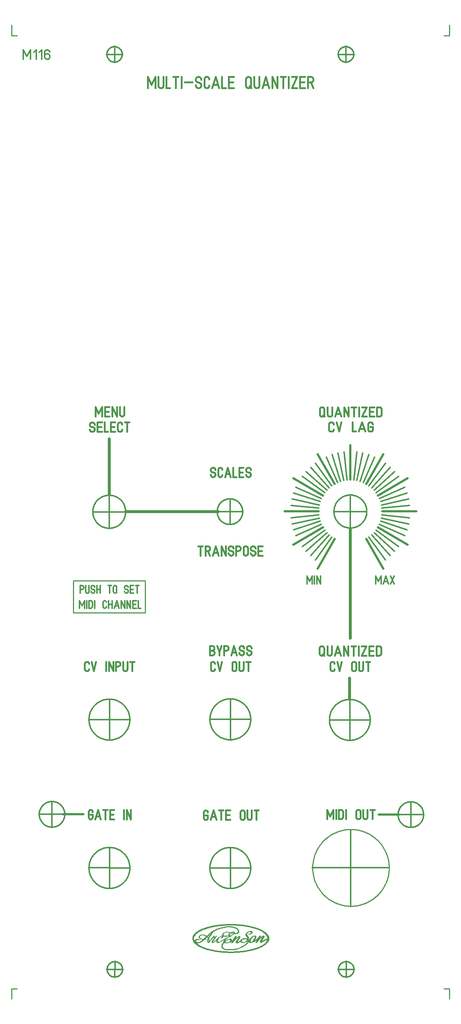
<source format=gbr>
G04 CAM350/DFMSTREAM V12.1 (Build 1022) Date:  Wed Sep 01 15:25:59 2021 *
G04 Database: d:\mes documents\projects\modular synth\m116 quantizer\front panel design\cam350\m116.cam *
G04 Layer 16: M116_front_panel *
%FSLAX23Y23*%
%MOIN*%
%SFA1.000B1.000*%

%MIA0B0*%
%IPPOS*%
%ADD10C,0.00551*%
%ADD11C,0.00787*%
%ADD12C,0.00945*%
%ADD13C,0.01024*%
%ADD14C,0.01102*%
%ADD15C,0.01181*%
%ADD16C,0.01260*%
%ADD17C,0.01339*%
%ADD18C,0.01417*%
%ADD19C,0.01496*%
%ADD71C,0.01654*%
%ADD20C,0.01890*%
%ADD21C,0.01969*%
%ADD22C,0.02756*%
%ADD23C,0.01083*%
%LNM116_front_panel*%
%LPD*%
G54D10*
X2022Y624D02*
G01X2026Y629D01*
X2030*
X2032Y631*
X2035Y632*
X2040*
X2041Y629*
X2036Y630*
X2034*
X2032Y629*
X2030Y628*
X2027Y626*
X2026Y623*
X2030Y622*
X2033Y620*
X2038*
X2039*
X1949Y596D02*
G01X1955Y595D01*
X1957Y594*
X1962Y593*
X1967*
X1971*
X1978*
X1982*
X1987*
X1991Y594*
X1996Y595*
X2001Y594*
X1994Y593*
X1986*
X1979Y591*
X1974Y590*
X1967*
X1954*
X2003Y594D02*
G01X2007Y598D01*
X2010*
X2014Y599*
X2021Y601*
X2026Y604*
X2030Y605*
X2034Y608*
X2037Y609*
X2038Y611*
X2040Y614*
X2049Y619*
X2047Y616*
X2041Y611*
X2036Y608*
X2031Y605*
X2025Y602*
X2019Y600*
X2012Y598*
X1859Y589D02*
G01X1862Y594D01*
X1864Y595*
X1867Y596*
X1879Y587D02*
G01X1882Y590D01*
X1888Y593*
X1884Y589*
X1956Y562D02*
G01X1955Y555D01*
X1954Y550*
X1952Y545*
Y542*
X1953Y539*
X1955Y535*
X1958Y533*
X1962Y532*
X1964Y531*
X1967*
X1970Y530*
X1979*
X1984Y531*
X1990Y533*
X2000Y535*
X2008Y537*
X2018Y542*
X2029Y547*
X2040Y555*
X2037Y554*
X2022Y546*
X2023Y549*
Y557*
X2025Y560*
X2023Y564*
X2021Y565*
X2018Y567*
X2012Y568*
X2007Y567*
X2002Y565*
X1994Y561*
X1984Y557*
X1975Y552*
X1968Y547*
X1963Y544*
Y549*
Y553*
X1965Y557*
X1968Y561*
X1970Y565*
X1975Y569*
X1979Y572*
X1982Y575*
X1988Y578*
X1966Y567D02*
G01X1959Y556D01*
X1958Y546*
X1959Y538*
X1963Y542*
X1962Y543*
X1963Y541*
X1965Y545*
X1961Y541D02*
G01X1965Y544D01*
X1974Y549*
X1982Y555*
X1990Y559*
X1993Y561*
X1998Y563*
X2002Y564*
X2007*
X2012Y562*
X2014Y560*
X2015Y556*
Y553*
X2014Y549*
X2013Y545*
X2010Y543*
X2006Y541*
X2003Y537*
X1998Y535*
X1993Y533*
X1987*
X1980Y532*
X1974*
X1970Y533*
X1969Y534*
X1967Y536*
X1964Y538*
X1962Y536*
X2014Y565D02*
G01X2021Y561D01*
X2020Y552*
X2018Y544*
X2038Y552D02*
G01X2039Y556D01*
X2058Y587*
X2060Y589*
X2065Y590*
X2062Y589*
X2066Y591*
X2069*
X2070*
X2061Y577*
X2055Y563*
X2058Y565*
X2062Y568*
X2064Y569*
X2072Y576*
X2078Y581*
X2083Y585*
X2087Y588*
X2091Y590*
X2094Y591*
X2095Y592*
X2099*
X2101Y589*
X2102Y588*
Y584*
X2097Y575*
X2080Y546*
X2078Y543*
X2077Y540*
X2081Y538*
X2083Y537*
X2087Y538*
X2091Y541*
X2096Y544*
X2102Y547*
X2105Y549*
X2107Y552*
X2108Y554*
X2109Y557*
X2115Y561*
X2120Y564*
X2124Y565*
X2129Y567*
X2135Y569*
X2141*
X2148*
X2155*
X2159*
X2163Y568*
X2169Y565*
X2177Y557*
X2183Y546*
X2035Y549D02*
G01X2032Y543D01*
X2026Y532*
X2033Y533*
X2038Y538*
X2047Y549*
X2059Y562*
X2070Y573*
X2080Y580*
X2085Y584*
X2090Y585*
X2093Y584*
X2090Y577*
X2072Y549*
X2068Y542*
X2066Y539*
Y534*
X2067Y533*
X2069Y532*
X2071Y531*
X2077Y532*
X2080*
X2093Y538*
X2101Y543*
X2106*
X2108Y541*
Y539*
X2110Y537*
X2115Y536*
X2117Y534*
X2122Y533*
X2135Y534*
X2142Y535*
X2148Y537*
X2157Y541*
X2163Y545*
X2170Y550*
X2173Y554*
X2170Y561*
Y562*
X2167Y564*
X2163Y565*
X2159Y567*
X2156Y568*
X2149*
X2141Y567*
X2134Y565*
X2128Y564*
X2124Y561*
X2121Y559*
X2118Y555*
X2116Y551*
X2115Y547*
X2116Y543*
X2118Y540*
X2120Y537*
X2124Y536*
X2128Y535*
X2137*
X2144Y536*
X2149Y538*
X2156Y542*
X2161Y546*
X2164Y550*
X2167Y554*
X2168Y557*
X2171Y560*
X2118Y559D02*
G01X2112Y553D01*
X2107Y547*
X2111*
X2113Y541*
X2081Y534D02*
G01X2074Y536D01*
X2071Y537*
X2073Y540*
X2086Y565*
X2098Y586*
X2094Y587*
X2064Y588D02*
G01X2032Y537D01*
X2055Y564*
X1956Y541D02*
G01X1952Y537D01*
X1944Y527*
X1939Y518*
X1935Y510*
X1934Y504*
Y494*
X1935Y489*
X1938Y485*
X1941Y480*
X1947Y476*
X1954Y473*
X1959Y470*
X1969Y469*
X1966Y470D02*
G01X1968Y469D01*
X1977Y467*
X1983*
X2022Y466*
X2046Y467*
X2057Y469*
X2069Y472*
X2081Y476*
X2076Y474D02*
G01X2085Y478D01*
X2102Y484*
X2115Y490*
X2127Y495*
X2141Y503*
X2152Y510*
X2160Y517*
X2167Y523*
X2172Y528*
X2176Y532*
X2179Y537*
X2182Y542*
X2175Y550*
Y545*
X2173Y539*
X2170Y533*
X2163Y526*
X2158Y520*
X2147Y510*
X2136Y504*
X2126Y498*
X2116Y494*
X2104Y488*
X2092Y482*
X2078Y478*
X2064Y475*
X2055Y473*
X2045Y471*
X2033Y470*
X2023Y469*
X2002*
X1994*
X1983*
X1975Y470*
X1969Y472*
X1961Y475*
X1955Y477*
X1951Y480*
X1948Y482*
X1944Y486*
X1943Y489*
X1941Y492*
X1940Y496*
X1939Y499*
Y504*
X1941Y509*
X1943Y514*
X1945Y520*
X1948Y525*
X1952Y530*
X1956Y534*
X1935Y500D02*
G01X1941Y486D01*
X1949Y478*
X2169Y526D02*
G01X2181Y545D01*
X2170Y562D02*
G01X2171Y567D01*
Y569*
Y573*
X2170Y576*
X2161Y589*
X2158Y594*
X2157Y597*
X2156Y600*
Y607*
X2157Y612*
X2159Y616*
X2163Y620*
X2167Y625*
X2172Y628*
X2179Y632*
X2183Y633*
X2189Y635*
X2192Y636*
X2206*
X2210*
X2213Y632*
X2214Y630*
X2213Y626*
X2211Y621*
X2207Y617*
X2200Y614*
X2195Y612*
X2188*
X2186Y611*
X2180*
X2182Y612*
X2187*
X2188*
X2197Y615*
X2202Y618*
X2203Y620*
X2205Y623*
X2206Y625*
Y628*
X2205Y630*
X2203Y632*
X2200Y633*
X2196Y634*
X2192*
X2189*
X2187Y633*
X2182Y632*
X2177Y629*
X2174Y627*
X2170Y623*
X2167Y619*
X2165Y615*
X2164Y609*
X2166Y604*
X2167Y599*
X2178Y584*
X2180Y579*
X2181Y573*
Y567*
X2179Y564*
X2177Y560*
X2174Y562*
X2178Y576*
X2175*
X2172Y584*
X2170Y585*
X2163Y596*
X2160Y604*
X2161Y615*
X2168Y625*
X2177Y631*
X2185Y633*
X2193Y635*
X2204*
X2210Y632*
X2209Y624*
X2184Y546D02*
G01X2185Y550D01*
X2186Y552*
X2187Y555*
X2189Y561*
X2191Y564*
X2197Y572*
X2202Y576*
X2207Y581*
X2211Y585*
X2217Y589*
X2222Y592*
X2227Y594*
X2232*
X2238Y595*
X2242Y594*
X2245Y593*
X2247Y589*
X2248Y585*
X2249Y581*
X2247Y575*
X2244Y568*
X2242Y564*
X2238Y559*
X2235Y555*
X2233Y553*
X2234Y551*
X2222Y542*
X2216Y538*
X2211Y536*
X2206Y534*
X2202Y533*
X2195*
X2192*
X2189Y536*
X2187Y538*
X2185Y541*
X2196Y545*
Y547*
X2197Y552*
X2199Y557*
X2201Y561*
X2205Y568*
X2208Y573*
X2211Y577*
X2215Y581*
X2219Y584*
X2221Y587*
X2224Y589*
X2227Y592*
X2231Y593*
X2234*
X2238Y591*
X2239Y589*
X2241Y585*
Y581*
X2240Y577*
X2239Y578*
X2234Y572*
X2230Y567*
X2227Y561*
X2225Y556*
X2224Y551*
X2222Y549*
X2219Y545*
X2215Y541*
X2211Y538*
X2207Y537*
X2204Y536*
X2201Y537*
X2200Y538*
X2198Y539*
X2196Y543*
X2191Y540*
X2195Y537*
X2189Y545*
X2191Y549*
X2196Y564*
X2209Y578*
X2222Y590*
X2230Y593*
X2238*
X2244Y585*
X2242Y573*
X2224Y547*
X2240Y573*
X2311Y632D02*
G01X2325Y622D01*
X2337Y612*
X2344Y602*
X2349Y595*
X2354Y586*
X2357Y576*
X2352Y558*
Y551*
X2331Y518D02*
G01X2340Y532D01*
X2345Y540*
X2349Y545*
X2350Y549*
X2353Y556*
X2341Y620D02*
G01X2346Y616D01*
X2356Y605*
X2360Y597*
X2365Y590*
X2367Y583*
X2368Y576*
Y562*
Y558*
X2365Y551*
X2360Y543*
X2356Y536*
X2350Y530*
X2222Y546D02*
G01X2226Y543D01*
X2231Y541*
X2234Y542*
X2238Y544*
X2242Y546*
X2255Y558*
X2260Y557*
X2261Y554*
X2259*
Y553*
X2247Y534*
X2257Y536*
X2258Y537*
X2264Y544*
X2272Y554*
X2282Y565*
X2286Y570*
X2294Y577*
X2301Y582*
X2305Y586*
X2309Y588*
X2314*
X2313Y581*
X2309Y576*
X2289Y546*
Y541*
Y538*
Y536*
X2293Y534*
X2295*
X2299Y535*
X2302Y536*
X2352Y564*
X2360Y575*
X2356Y572*
X2301Y543*
X2302Y550*
X2322Y581*
X2325Y587*
Y590*
Y593*
X2322Y594*
X2318*
X2313Y593*
X2308Y590*
X2299Y584*
X2285Y570*
X2280Y565*
X2282Y574*
Y577*
X2293Y594*
Y594*
X2288*
X2283Y593*
X2282Y589*
X2275Y579*
X2257Y563*
X2246Y553*
X2241Y549*
X2239Y548*
X2235Y549*
X2230Y545*
X2237*
X2244Y550*
X2253Y557*
X2263Y562*
X2262Y553*
X2255Y540*
X2278Y567*
X2265Y557*
X2279Y574*
X2263Y563*
X2280Y579*
X2286Y591*
X2273Y565*
X2282Y570*
X2286Y572*
X2292Y576*
X2300Y583*
X2308Y589*
X2317Y592*
X2322*
X2292Y540*
X2297Y542*
X2295Y537*
X2352Y567*
X2294Y537*
X2297Y546*
X2318Y589*
X2162Y594D02*
G01X2169Y581D01*
X2177Y578*
X2176Y573D02*
G01X2171Y587D01*
X2164Y598*
X2157Y601*
X2166Y592*
X2177Y563*
X2173Y554*
X2181Y547*
X2189Y543*
X2194Y562*
X1956Y549D02*
G01X1958Y537D01*
X1967Y533*
G54D23*
X4026Y8850D02*
G01Y8945D01*
G54D11*
X1797Y590D02*
G01X1795Y593D01*
X1789Y595*
X1785Y598*
X1782Y600*
X1776Y602*
X1771Y604*
X1765*
X1760Y605*
X1753*
X1746Y604*
X1741Y603*
X1737Y600*
X1733Y597*
X1730Y594*
X1727Y590*
X1726Y585*
Y583*
X1728Y579*
X1726Y581*
X1729Y577*
X1732Y574*
X1729Y577*
X1730Y575*
X1733Y573*
X1736Y571*
X1739Y569*
X1742Y568*
X1746Y566*
X1747Y565*
X1753*
X1759Y564*
X1774Y563*
X1789Y564*
X1791*
X1762*
X1753Y565*
X1746Y567*
X1742Y569*
X1736Y573*
X1734Y574*
X1733Y576*
X1732Y577*
X1731Y580*
X1730Y582*
Y585*
Y589*
X1731Y592*
X1733Y594*
X1735Y597*
X1739Y600*
X1744Y602*
X1750Y604*
X1757*
X1766*
X1774Y602*
X1778Y600*
X1782Y597*
X1788Y594*
X1791Y593*
X1795Y590*
X1789Y585*
X1774Y569*
X1769Y565*
X1785Y577D02*
G01X1797Y593D01*
X1803Y598*
X1809Y604*
X1815Y608*
X1817Y612*
X1795Y589D02*
G01X1800Y585D01*
X1806Y580*
X1812Y573*
X1808Y568*
X1805Y563*
X1804Y559*
X1803Y554*
X1802Y549*
X1803Y545*
X1805Y540*
X1807Y536*
X1809Y534*
Y533*
X1812*
X1815Y535*
X1821Y540*
X1832Y553*
X1837Y560*
X1841Y565*
X1851Y577*
X1852Y578*
X1851Y577*
X1868Y579*
X1867Y574*
X1865Y571*
X1860Y565*
X1856Y559*
X1852Y553*
X1848Y549*
X1846Y545*
X1844Y541*
Y537*
X1845Y536*
X1848Y534*
X1850*
X1855*
X1860Y537*
X1867Y541*
X1874Y548*
X1882Y554*
X1890Y563*
X1899Y570*
X1906Y578*
X1909Y582*
X1915Y585*
X1919Y588*
X1923Y590*
X1927Y593*
X1930*
X1936*
X1946*
X1797Y592D02*
G01X1801Y587D01*
X1816Y570*
X1809Y562*
X1807Y558*
X1805Y554*
X1804Y549*
X1805Y544*
Y540*
X1808Y537*
X1813Y539*
Y541*
Y542*
X1814Y544*
X1817Y548*
Y550*
Y553*
Y557*
Y566*
Y565*
Y561*
X1818Y556*
X1819Y548*
X1822Y549*
X1824*
X1826Y551*
X1830Y555*
X1837Y561*
X1842Y569*
X1848Y576*
X1851Y580*
X1854Y585*
X1857Y588*
X1860Y591*
X1863Y594*
X1860Y589*
X1864Y585*
X1866*
X1867*
X1871*
X1874Y586*
X1879Y588*
X1881Y589*
X1884Y590*
X1867Y567*
X1857Y553*
X1854Y548*
Y544*
X1853Y541*
X1856Y538*
X1857*
X1859Y537*
X1852Y536*
X1848Y540*
X1811Y573D02*
G01X1813Y578D01*
X1819Y587*
X1825Y596*
X1831Y604*
X1837Y612*
X1841Y618*
X1844Y623*
X1852Y627*
X1845Y618*
X1841Y609*
X1833Y600*
X1827Y593*
X1822Y585*
X1814Y573*
X1846Y622D02*
G01X1852Y628D01*
X1856Y632*
X1859Y635*
X1864Y638*
X1868Y641*
X1871Y643*
X1873Y645*
X1876Y647*
X1880Y648*
X1884Y652*
X1887Y653*
X1891Y655*
X1894Y656*
X1900Y658*
X1695Y539D02*
G01Y545D01*
X1694Y548*
Y550*
X1695Y553*
X1696Y555*
X1697Y557*
X1699Y558*
X1701Y560*
X1703Y561*
X1708Y563*
X1712Y564*
X1887Y559D02*
G01Y552D01*
Y543*
X1888Y540*
Y537*
X1891Y536*
X1893Y534*
X1896Y533*
X1900*
X1903*
X1908Y535*
X1914Y537*
X1919Y539*
X1926Y543*
X1934Y549*
X1941Y553*
X1945Y556*
X1951Y560*
X1959Y565*
X1970Y571*
X1976Y574*
X1979Y576*
X1985Y578*
X1990Y581*
X1995Y583*
X2001Y585*
X2006Y586*
X2010Y588*
X2014Y589*
X2019*
X2021*
X2017Y590*
X2013Y592*
X2009Y594*
X2006Y597*
Y598*
X2005Y600*
Y604*
X2006Y607*
Y609*
X2007Y612*
X2010Y616*
X2011Y618*
X2018Y624*
X2022Y626*
X2026Y628*
X1926Y591D02*
G01X1921Y588D01*
X1916Y584*
X1912Y579*
X1907Y574*
X1906Y570*
X1902Y564*
X1900Y559*
X1897Y553*
X1896Y549*
Y545*
X1897Y541*
X1899Y539*
X1900Y537*
X1904*
X1907Y536*
X1909*
X1912Y537*
X1915*
X1901Y569D02*
G01X1892Y557D01*
Y550*
X1893Y539*
X1856Y581D02*
G01X1873Y582D01*
X1931Y575D02*
G01X1929D01*
X1934Y578*
X1935Y580*
X1938Y584*
Y586*
Y589*
X1937Y592*
X1935Y593*
X1932*
X1931Y575D02*
G01Y574D01*
X1935Y576*
X1939Y577*
X1941Y580*
X1944Y583*
X1945Y585*
Y587*
X1948Y590*
X1952Y592*
X1953*
X1942Y595*
X1941Y596*
Y605*
X1942Y608*
X1943Y612*
X1945Y614*
X1947Y617*
X1950Y620*
X1953Y623*
X1957Y624*
X1962Y627*
X1967Y628*
X1970Y629*
X1977*
X1983*
X1989*
X1993Y628*
X1999Y627*
X2005Y626*
X2010Y624*
X2013*
X2017*
X1954Y593D02*
G01X1953Y594D01*
X1950Y596*
X1949Y598*
Y599*
X1948Y600*
X1947Y602*
Y604*
Y608*
X1948Y610*
Y612*
X1950Y616*
X1951Y617*
X1953Y620*
X1955Y623*
X1959Y624*
X1962Y626*
X2014Y622D02*
G01X2008Y618D01*
X2004Y616*
X2002Y613*
X2001Y610*
X1999Y608*
X1998Y604*
Y599*
Y595*
X2000*
X2006Y591*
X2023Y625D02*
G01X2026Y628D01*
X2019Y622*
X2021*
X2028Y620*
X2033Y619*
X2040Y618*
X2050Y619*
X2046D02*
G01X2047Y620D01*
Y623*
Y625*
X2045Y628*
Y629*
X2042Y630*
X2040Y631*
X2045*
X2049Y629*
X2051Y628*
X2052Y627*
Y624*
G54D23*
X4026Y112D02*
G01X3975D01*
X54D02*
G01X4D01*
X54Y8848D02*
G01X4D01*
X4026D02*
G01X3975D01*
X4026Y112D02*
G01Y16D01*
X3057Y4486D02*
G01X3174D01*
X3116Y4544D02*
G01Y4427D01*
X4Y8850D02*
G01Y8945D01*
Y18D02*
G01Y112D01*
G54D12*
X570Y3850D02*
G01X1232D01*
Y3557*
X570*
Y3850*
G54D13*
X1765Y558D02*
G01X1779Y570D01*
X1785Y576*
X1792Y583*
X1801Y593*
X1808Y599*
X1814Y605*
X1819Y612*
X1684Y533D02*
G01X1687Y544D01*
X1689Y549*
X1690Y553*
X1691Y557*
X1693Y560*
X1695Y562*
X1698Y563*
X1700Y564*
X1703Y565*
X1720Y533D02*
G01X1730Y537D01*
X1739Y542*
X1746Y545*
X1754Y550*
X1762Y557*
X1776Y569*
X1805Y597*
X1815Y607*
X1827Y619*
X1834Y625*
X1846Y633*
X1859Y642*
X1872Y648*
X1888Y656*
X1904Y661*
X1921Y667*
X1939Y671*
X1955Y675*
X1969Y678*
X1979Y679*
X2015*
X2027Y678*
X2035Y676*
X2050Y671*
X2064Y666*
X2074Y659*
X2081Y653*
X2085Y648*
X2087Y640*
Y632*
X2086Y627*
X2084Y624*
X2078Y620*
X2071Y619*
X2060Y617*
X2051*
X2073Y659D02*
G01X2078Y655D01*
X2081Y651*
X2085Y646*
X2086Y639*
Y634*
X2085Y628*
X2082Y625*
X2081Y623*
X2077Y621*
X1842Y463D02*
G01X1805Y473D01*
X1773Y485*
X1758Y491*
X1745Y497*
X1732Y504*
X1725Y508*
X1719Y512*
X1714Y515*
X1708Y519*
X1706Y522*
X1705Y524*
X1700Y532*
G54D14*
X1721Y535D02*
G01X1720Y534D01*
X1719*
Y534*
Y533*
X1718*
X1717*
X1716*
X1715*
X1714*
X1713*
X1712*
X1711*
X1710*
Y534*
X1709*
X1708*
X1707*
Y535*
X1706*
X1705*
X1704*
Y536*
X1703*
Y537*
X1702*
X1701*
X1700Y538*
X1699*
Y539*
X1698*
Y540*
Y541*
X1697*
X1696*
Y542*
X1695*
Y543*
Y544*
X1694Y545*
X1693*
Y546*
Y547*
X1692Y548*
Y549*
Y550*
Y551*
Y552*
Y553*
Y554*
Y555*
X1693*
Y556*
Y557*
X1694*
X1695*
Y558*
Y559*
X1696Y560*
X1697Y561*
X1698*
X1699*
Y562*
X1700*
X1701Y563*
X1702*
X1703Y564*
X1704*
Y565*
X1705*
X1706*
X1707*
X1708*
X1709*
X1710*
X1711*
X1712*
X1713*
X1714*
X1715*
Y564*
X1716*
X1717*
X1718*
X1719*
Y563*
Y563*
X1720*
Y562*
X1721*
X1722*
Y561*
X1723*
X1724*
Y560*
X1725*
X1726Y559*
X3411Y1025D02*
G01X3407Y1019D01*
X3404Y1013*
X3400Y1007*
X3395Y1002*
X3391Y997*
X3386Y991*
X3382Y986*
X3377Y981*
X3372Y975*
X3368Y970*
X3363Y967*
X3357Y962*
X3352Y957*
X3347Y953*
X3342Y948*
X3337Y944*
X3332Y939*
X3326Y935*
X3320Y931*
X3314Y927*
X3309Y923*
X3302Y920*
X3297Y916*
X3290Y913*
X3284Y909*
X3278Y907*
X3273Y904*
X3266Y901*
X3260Y898*
X3254Y896*
X3247Y892*
X3241Y890*
X3234Y888*
X3227Y886*
X3221Y884*
X3215Y881*
X3208Y880*
X3201Y878*
X3195Y876*
X3187Y875*
X3180Y873*
X3174Y872*
X3167*
X3159Y871*
X3153Y870*
X3147Y869*
X3140Y868*
X3132*
X3126*
X3119*
X3112*
X3105*
X3098*
X3092Y869*
X3085Y870*
X3078Y871*
X3071Y872*
X3064*
X3057Y873*
X3050Y875*
X3043Y876*
X3037Y878*
X3030Y880*
X3024Y881*
X3017Y884*
X3010Y886*
X3004Y888*
X2997Y890*
X2990Y892*
X2984Y896*
X2978Y898*
X2971Y901*
X2966Y904*
X2960Y907*
X2954Y909*
X2947Y913*
X2941Y916*
X2935Y920*
X2929Y923*
X2923Y927*
X2918Y931*
X2912Y935*
X2907Y939*
X2902Y944*
X2896Y948*
X2891Y953*
X2886Y957*
X2880Y962*
X2876Y967*
X2871Y970*
X2866Y975*
X2861Y981*
X2856Y986*
X2852Y991*
X2847Y997*
X2844Y1002*
X2840Y1007*
X2835Y1013*
X2831Y1019*
X2827Y1025*
X2823Y1030*
X2820Y1036*
X2816Y1041*
X2813Y1048*
X2809Y1054*
X2805Y1061*
X2803Y1066*
X2800Y1073*
X2797Y1079*
X2794Y1085*
X2792Y1092*
X2789Y1097*
X2787Y1104*
X2785Y1111*
X2782Y1117*
Y1124*
X2780Y1131*
X2778Y1138*
X2777Y1144*
X2775Y1152*
X2774Y1158*
X2773Y1164*
X2771Y1171*
X2770Y1179*
Y1186*
X2769Y1192*
Y1199*
X2768Y1207*
Y1213*
Y1219*
Y1226*
Y1233*
X2769Y1240*
Y1247*
X2770Y1254*
Y1261*
X2771Y1268*
X2773Y1275*
X2774Y1282*
X2775Y1288*
X2777Y1295*
X2778Y1301*
X2780Y1309*
X2782Y1315*
X2783Y1322*
X2785Y1329*
X2787Y1335*
X2789Y1342*
X2792Y1348*
X2794Y1354*
X2797Y1360*
X2800Y1367*
X2803Y1373*
X2805Y1379*
X2809Y1385*
X2813Y1392*
X2816Y1398*
X2820Y1404*
X2823Y1409*
X2827Y1415*
X2831Y1420*
X2835Y1427*
X2840Y1432*
X2844Y1438*
X2847Y1443*
X2852Y1448*
X2856Y1454*
X2861Y1459*
X2866Y1464*
X2871Y1469*
X2876Y1473*
X2880Y1478*
X2886Y1482*
X2891Y1486*
X2896Y1491*
X2902Y1495*
X2907Y1500*
X2912Y1504*
X2918Y1508*
X2923Y1512*
X2929Y1516*
X2935Y1519*
X2941Y1523*
X2947Y1526*
X2954Y1530*
X2960Y1533*
X2966Y1536*
X2971Y1538*
X2978Y1541*
X2984Y1544*
X2990Y1547*
X2997Y1549*
X3004Y1552*
X3010Y1553*
X3017Y1556*
X3024Y1558*
X3030Y1560*
X3037Y1561*
X3043Y1563*
X3050Y1565*
X3057Y1566*
X3064Y1567*
X3071Y1568*
X3078Y1569*
X3085*
X3092Y1570*
X3098Y1571*
X3105*
X3112*
X3119*
X3126*
X3132*
X3140*
X3147Y1570*
X3154Y1569*
X3159*
X3167Y1568*
X3174Y1567*
X3180Y1566*
X3187Y1565*
X3195Y1563*
X3201Y1561*
X3208Y1560*
X3215Y1558*
X3221Y1556*
X3227Y1553*
X3234Y1552*
X3241Y1549*
X3247Y1547*
X3254Y1544*
X3260Y1541*
X3266Y1538*
X3273Y1536*
X3278Y1533*
X3284Y1530*
X3290Y1526*
X3297Y1523*
X3302Y1519*
X3309Y1516*
X3314Y1512*
X3320Y1508*
X3326Y1504*
X3332Y1500*
X3337Y1495*
X3342Y1491*
X3347Y1486*
X3352Y1482*
X3357Y1478*
X3363Y1473*
X3368Y1469*
X3372Y1464*
X3377Y1459*
X3382Y1454*
X3386Y1448*
X3391Y1443*
X3395Y1438*
X3400Y1432*
X3404Y1427*
X3407Y1420*
X3411Y1415*
X3415Y1409*
X3419Y1404*
X3422Y1398*
X3426Y1392*
X3429Y1385*
X3432Y1379*
X3435Y1373*
X3439Y1367*
X3441Y1360*
X3444Y1354*
X3447Y1348*
X3449Y1342*
X3451Y1335*
X3454Y1329*
X3455Y1322*
X3458Y1315*
X3459Y1309*
X3461Y1301*
X3463Y1295*
X3464Y1288*
X3466Y1282*
X3467Y1275*
Y1268*
X3468Y1261*
X3469Y1254*
Y1247*
X3470Y1240*
Y1233*
Y1226*
Y1219*
Y1213*
Y1207*
Y1199*
X3469Y1192*
Y1185*
X3468Y1179*
X3467Y1171*
Y1164*
X3466Y1158*
X3464Y1152*
X3463Y1144*
X3461Y1138*
X3459Y1131*
X3458Y1124*
X3455Y1117*
X3454Y1111*
X3451Y1104*
X3449Y1097*
X3447Y1092*
X3444Y1085*
X3441Y1079*
X3439Y1073*
X3435Y1066*
X3432Y1061*
X3429Y1054*
X3426Y1048*
X3422Y1041*
X3419Y1036*
X3415Y1030*
X3411Y1025*
G54D15*
X3110Y2762D02*
G01Y2388D01*
X1058Y2473D02*
G01X1056Y2470D01*
X1054Y2467*
X1052Y2464*
X1049Y2462*
X1047Y2459*
X1045Y2455*
X1042Y2453*
X1040Y2450*
X1037Y2447*
X1035Y2444*
X1032Y2442*
X1030Y2439*
X1028Y2437*
X1025Y2435*
X1022Y2432*
X1019Y2430*
X1016Y2427*
X1014Y2425*
X1010Y2423*
X1007Y2421*
X1004Y2419*
X1001Y2417*
X998Y2415*
X994Y2413*
X991Y2411*
X987Y2410*
X984Y2408*
X981Y2407*
X978Y2406*
X974Y2404*
X970*
X968Y2402*
X964Y2400*
X961*
X958Y2399*
X954Y2397*
X951Y2396*
X947*
X943Y2395*
X939Y2394*
X935Y2393*
X932Y2392*
X928*
X924*
X921Y2391*
X917*
X913Y2390*
X910*
X907*
X903*
X900*
X896*
X892*
X888Y2391*
X884*
X880Y2392*
X877*
X873*
X870Y2393*
X866Y2394*
X862Y2395*
X859Y2396*
X855*
X852Y2397*
X848Y2399*
X844Y2400*
X841*
X838Y2402*
X834Y2404*
X831*
X828Y2406*
X824Y2407*
X821Y2408*
X817Y2410*
X814Y2411*
X811Y2413*
X808Y2415*
X805Y2417*
X801Y2419*
X798Y2421*
X795Y2423*
X792Y2425*
X789Y2427*
X786Y2430*
X783Y2432*
X782Y2435*
X778Y2437*
X776Y2439*
X773Y2442*
X770Y2445*
X768Y2447*
X766Y2450*
X762Y2453*
X760Y2455*
X758Y2459*
X755Y2462*
X753Y2464*
X751Y2467*
X749Y2470*
X746Y2473*
X744Y2476*
X742Y2479*
X741Y2482*
X738Y2486*
X737Y2489*
X735Y2492*
X734Y2495*
X732Y2498*
X730Y2502*
X729Y2506*
X728Y2509*
X726Y2513*
X725Y2516*
X724Y2520*
X723Y2523*
X722Y2527*
X721Y2530*
X720Y2533*
X719Y2537*
Y2541*
Y2545*
X718Y2548*
Y2552*
X717Y2555*
Y2559*
X716Y2563*
Y2566*
Y2570*
Y2574*
X715Y2577*
X716Y2581*
Y2585*
Y2589*
Y2593*
X717Y2596*
Y2599*
X718Y2603*
Y2607*
X719Y2610*
Y2614*
Y2618*
X720Y2621*
X721Y2625*
X722Y2628*
X723Y2632*
X724Y2636*
X725Y2639*
X726Y2643*
X728Y2646*
X729Y2649*
X730Y2652*
X732Y2656*
X734Y2659*
X735Y2662*
X737Y2665*
X738Y2668*
X741Y2671*
X742Y2675*
X744Y2678*
X746Y2681*
X749Y2684*
X751Y2687*
X753Y2691*
X755Y2693*
X758Y2696*
X760Y2699*
X762Y2702*
X766Y2705*
X768Y2707*
X770Y2711*
X773Y2713*
X776Y2715*
X778Y2718*
X782Y2719*
X783Y2722*
X786Y2724*
X789Y2726*
X792Y2729*
X795Y2730*
X798Y2733*
X801Y2735*
X805Y2737*
X808Y2738*
X811Y2741*
X814Y2742*
X817Y2744*
X821Y2746*
X824Y2747*
X828Y2749*
X831Y2750*
X834Y2752*
X838Y2753*
X841Y2754*
X844Y2756*
X848Y2757*
X852Y2758*
X855Y2759*
X859Y2760*
X862Y2761*
X866Y2762*
X870*
X873Y2763*
X877*
X880Y2764*
X884*
X888Y2765*
X892*
X896*
X900*
X903*
X907*
X910*
X913*
X917*
X921Y2764*
X924*
X928Y2763*
X932*
X935Y2762*
X939*
X943Y2761*
X947Y2760*
X951Y2759*
X954Y2758*
X958Y2757*
X961Y2756*
X964Y2754*
X968Y2753*
X970Y2752*
X974Y2750*
X978Y2749*
X981Y2747*
X984Y2746*
X987Y2744*
X991Y2742*
X994Y2741*
X998Y2738*
X1001Y2737*
X1004Y2735*
X1007Y2733*
X1010Y2730*
X1014Y2729*
X1016Y2726*
X1019Y2724*
X1022Y2722*
X1025Y2719*
X1028Y2718*
X1030Y2715*
X1032Y2713*
X1035Y2710*
X1037Y2707*
X1040Y2705*
X1042Y2702*
X1045Y2699*
X1047Y2696*
X1049Y2693*
X1052Y2691*
X1054Y2687*
X1056Y2684*
X1058Y2681*
X1061Y2678*
X1062Y2675*
X1065Y2671*
X1066Y2668*
X1068Y2665*
X1070Y2662*
X1072Y2659*
X1073Y2656*
X1075Y2652*
X1077Y2649*
Y2646*
X1079Y2643*
X1080Y2639*
X1081Y2636*
X1082Y2632*
X1084Y2628*
X1085Y2625*
Y2621*
X1086Y2618*
X1087Y2614*
X1088Y2610*
X1089Y2607*
Y2603*
Y2599*
Y2596*
X1090Y2593*
Y2589*
Y2585*
Y2581*
Y2577*
Y2574*
Y2570*
Y2566*
Y2563*
X1089Y2559*
Y2555*
Y2552*
Y2548*
X1088Y2545*
X1087Y2541*
X1086Y2537*
X1085Y2533*
Y2530*
X1084Y2527*
X1082Y2523*
X1081Y2520*
X1080Y2516*
X1079Y2513*
X1077Y2509*
X1076Y2506*
X1075Y2502*
X1073Y2498*
X1072Y2495*
X1070Y2492*
X1068Y2489*
X1066Y2486*
X1065Y2482*
X1062Y2479*
X1061Y2476*
X1058Y2473*
X715Y2577D02*
G01X1090D01*
X903Y2765D02*
G01Y2390D01*
X2169Y2475D02*
G01X2167Y2472D01*
X2165Y2469*
X2163Y2467*
X2160Y2464*
X2158Y2461*
X2156Y2458*
X2154Y2455*
X2152Y2452*
X2149Y2450*
X2146Y2447*
X2144Y2444*
X2141Y2442*
X2138Y2439*
X2136Y2437*
X2132Y2435*
X2129Y2432*
X2127Y2430*
X2124Y2427*
X2120Y2426*
X2117Y2423*
X2114Y2421*
X2111Y2419*
X2108Y2418*
X2104Y2415*
X2101Y2414*
X2098Y2412*
X2095Y2411*
X2093Y2409*
X2089Y2407*
X2085*
X2082Y2406*
X2078Y2404*
X2075Y2403*
X2071Y2402*
X2068Y2401*
X2064Y2400*
X2061Y2399*
X2057Y2398*
X2053Y2397*
X2049Y2396*
X2045*
X2042Y2395*
X2038Y2394*
X2035*
X2032Y2393*
X2028*
X2025Y2392*
X2021*
X2017*
X2014*
X2010*
X2006*
X2002*
X1998Y2393*
X1994*
X1991Y2394*
X1987*
X1983Y2395*
X1980Y2396*
X1976*
X1972Y2397*
X1969Y2398*
X1966Y2399*
X1963Y2400*
X1959Y2401*
X1955Y2402*
X1952Y2403*
X1948Y2404*
X1945Y2406*
X1942Y2407*
X1939*
X1935Y2409*
X1931Y2411*
X1928Y2412*
X1925Y2414*
X1922Y2415*
X1919Y2418*
X1915Y2419*
X1912Y2421*
X1909Y2423*
X1907Y2426*
X1904Y2427*
X1900Y2430*
X1898Y2432*
X1895Y2435*
X1892Y2437*
X1889Y2439*
X1886Y2442*
X1884Y2444*
X1880Y2447*
X1878Y2450*
X1876Y2452*
X1873Y2455*
X1871Y2458*
X1868Y2461*
X1866Y2464*
X1864Y2467*
X1861Y2469*
X1860Y2472*
X1857Y2475*
X1855Y2478*
X1853Y2482*
X1852Y2485*
X1849Y2488*
X1848Y2491*
X1846Y2494*
X1844Y2498*
Y2501*
X1842Y2505*
X1841Y2508*
X1839Y2511*
X1838Y2515*
X1837Y2518*
X1835Y2522*
X1834Y2526*
X1833Y2530*
X1832Y2532*
X1831Y2536*
X1830Y2539*
X1829Y2543*
Y2547*
X1828Y2550*
Y2554*
X1827Y2557*
Y2561*
X1826Y2565*
Y2569*
Y2573*
Y2577*
X1825Y2580*
X1826Y2584*
Y2588*
Y2591*
Y2594*
X1827Y2598*
Y2601*
X1828Y2605*
Y2609*
X1829Y2612*
Y2616*
X1830Y2620*
X1831Y2624*
X1832Y2628*
X1833Y2631*
X1834Y2635*
X1835Y2638*
X1837Y2641*
X1838Y2645*
X1839Y2648*
X1841Y2652*
X1842Y2655*
X1844Y2658*
Y2661*
X1846Y2664*
X1848Y2667*
X1849Y2671*
X1852Y2674*
X1853Y2677*
X1855Y2680*
X1857Y2683*
X1860Y2687*
X1861Y2690*
X1864Y2693*
X1866Y2695*
X1868Y2699*
X1871Y2702*
X1873Y2704*
X1876Y2707*
X1878Y2710*
X1881Y2713*
X1884Y2715*
X1886Y2718*
X1889Y2719*
X1892Y2722*
X1895Y2724*
X1898Y2726*
X1900Y2729*
X1904Y2731*
X1907Y2733*
X1909Y2735*
X1912Y2738*
X1915Y2739*
X1919Y2741*
X1922Y2743*
X1925Y2745*
X1928Y2746*
X1931Y2748*
X1935Y2750*
X1939Y2751*
X1942Y2753*
X1945Y2754*
X1948Y2755*
X1952Y2757*
X1955Y2758*
X1959Y2759*
X1963Y2760*
X1966Y2762*
X1969*
X1972Y2763*
X1976Y2764*
X1980Y2765*
X1983Y2766*
X1987*
X1991*
X1994*
X1998Y2767*
X2002*
X2006*
X2010*
X2014Y2768*
X2017Y2767*
X2021*
X2025*
X2028*
X2032Y2766*
X2035*
X2038*
X2042*
X2045Y2765*
X2049Y2764*
X2053Y2763*
X2057Y2762*
X2061*
X2064Y2760*
X2068Y2759*
X2071Y2758*
X2075Y2757*
X2078Y2755*
X2082Y2754*
X2085Y2753*
X2089Y2751*
X2093Y2750*
X2095Y2748*
X2098Y2746*
X2101Y2745*
X2104Y2743*
X2108Y2741*
X2111Y2739*
X2114Y2738*
X2117Y2735*
X2120Y2733*
X2124Y2731*
X2127Y2729*
X2129Y2726*
X2132Y2724*
X2136Y2722*
X2138Y2719*
X2141Y2718*
X2144Y2715*
X2147Y2712*
X2149Y2710*
X2152Y2707*
X2154Y2704*
X2156Y2702*
X2158Y2699*
X2160Y2695*
X2163Y2693*
X2165Y2690*
X2167Y2687*
X2169Y2683*
X2171Y2680*
X2173Y2677*
X2175Y2674*
X2177Y2671*
X2179Y2667*
X2180Y2664*
X2182Y2661*
X2183Y2658*
X2185Y2655*
X2187Y2652*
Y2648*
X2189Y2645*
X2191Y2641*
Y2638*
X2192Y2635*
X2194Y2631*
X2195Y2628*
Y2624*
X2196Y2620*
X2197Y2616*
X2198Y2612*
X2199Y2609*
Y2605*
Y2601*
X2200Y2598*
Y2594*
X2201Y2591*
Y2588*
Y2584*
Y2580*
Y2577*
Y2573*
Y2569*
X2200Y2565*
Y2561*
X2199Y2557*
Y2554*
Y2550*
X2198Y2547*
X2197Y2543*
X2196Y2539*
X2195Y2536*
Y2532*
X2194Y2530*
X2192Y2526*
X2191Y2522*
Y2518*
X2189Y2515*
X2187Y2511*
Y2508*
X2185Y2505*
X2183Y2501*
X2182Y2498*
X2180Y2494*
X2179Y2491*
X2177Y2488*
X2175Y2485*
X2173Y2482*
X2171Y2478*
X2169Y2475*
X1826Y2580D02*
G01X2201D01*
X2014Y2767D02*
G01Y2392D01*
X953Y363D02*
G01X952Y213D01*
X1009Y8636D02*
G01X1008D01*
X1007Y8634*
X1006Y8633*
Y8632*
X1005Y8631*
X1004Y8629*
X1002Y8628*
X1001Y8627*
X1000Y8625*
X998Y8624*
X997Y8623*
X996Y8621*
X994Y8620*
X992Y8619*
X991Y8618*
X990Y8617*
X989Y8616*
X987*
X986Y8615*
X985Y8614*
X984Y8613*
X982Y8612*
X980*
X979Y8611*
X978Y8610*
X976*
X975Y8609*
X974*
X973Y8608*
X971*
X970*
X969Y8607*
X968*
X967*
X966Y8606*
X964*
X963*
X961Y8605*
X960*
X959*
X957Y8604*
X955*
X953*
X951*
X950*
X949*
X947*
X946*
X944*
X943Y8605*
X942*
X940*
X939*
X938Y8606*
X936*
X935*
X933Y8607*
X932*
X931*
X929Y8608*
X927*
X925Y8609*
X923*
Y8610*
X921*
X919Y8611*
Y8612*
X917*
X916*
X915Y8613*
X914Y8614*
X912Y8615*
X911Y8616*
X910*
X909Y8617*
X907Y8618*
Y8619*
Y8620*
X905*
X904Y8621*
Y8623*
X902Y8624*
X901*
X900Y8625*
Y8627*
X899Y8628*
X897*
X896Y8629*
Y8631*
X895Y8632*
X894Y8633*
X893Y8634*
X892Y8636*
X891Y8638*
X890Y8639*
X889Y8640*
X888Y8641*
Y8643*
Y8644*
X887Y8645*
X886Y8646*
X885Y8648*
X884Y8649*
Y8650*
Y8652*
X883Y8654*
X882Y8656*
X881Y8657*
Y8659*
X880*
Y8661*
Y8663*
Y8664*
Y8665*
Y8667*
Y8668*
Y8670*
Y8671*
Y8672*
Y8674*
X879Y8675*
X880Y8676*
Y8678*
Y8679*
Y8681*
Y8682*
Y8683*
Y8685*
Y8687*
Y8689*
Y8691*
X881Y8692*
Y8693*
X882Y8695*
Y8696*
X883Y8698*
X884Y8699*
Y8700*
Y8702*
X885Y8703*
Y8704*
X886Y8706*
X887Y8707*
X888Y8708*
Y8709*
Y8711*
X889*
X890Y8713*
X891Y8714*
X892Y8715*
Y8716*
X893Y8718*
X894Y8719*
X895*
X896Y8720*
Y8721*
X897Y8722*
X899Y8723*
X900Y8724*
Y8725*
X901Y8726*
X902*
X904Y8728*
Y8729*
X905Y8730*
X907*
Y8731*
Y8732*
X909Y8733*
X910Y8734*
X911*
X912Y8735*
X914Y8736*
X915Y8737*
X916Y8738*
X917*
X919*
Y8739*
X921Y8740*
X923Y8741*
X925Y8742*
X927*
X929Y8743*
X931*
X932Y8744*
X933*
X935Y8745*
X936*
X938*
X939Y8746*
X940*
X942*
X943*
X944*
X946*
X947*
X949*
X950*
X951*
X953*
X955*
X957*
X959*
X960*
X961*
X963Y8745*
X964*
X966*
X967Y8744*
X968*
X969Y8743*
X970*
X971Y8742*
X973*
X974*
X975Y8741*
X977Y8740*
X978*
X979Y8739*
X980Y8738*
X982*
X984Y8737*
X985Y8736*
X986Y8735*
X987Y8734*
X989*
X990Y8733*
X991Y8732*
X992Y8731*
X994Y8730*
X996Y8729*
X997Y8728*
X998Y8726*
X1000Y8725*
X1001Y8724*
X1002Y8723*
Y8722*
X1004Y8721*
X1005Y8720*
X1006Y8719*
X1007Y8718*
X1008Y8716*
X1009Y8715*
X1010Y8714*
Y8713*
X1011Y8711*
X1012*
X1013Y8709*
Y8708*
X1014Y8707*
Y8706*
X1015Y8704*
Y8703*
X1016Y8702*
Y8700*
X1017Y8699*
X1018Y8698*
Y8696*
Y8695*
Y8693*
Y8692*
X1019Y8691*
Y8689*
Y8687*
X1020*
Y8685*
Y8683*
X1021Y8682*
Y8681*
Y8679*
Y8678*
Y8676*
Y8675*
Y8674*
Y8672*
Y8671*
Y8670*
X1020Y8668*
Y8667*
Y8665*
Y8664*
X1019Y8663*
Y8661*
Y8659*
X1018*
Y8657*
Y8656*
Y8654*
X1017Y8652*
X1016*
Y8650*
X1015Y8648*
X1014Y8646*
Y8645*
X1013Y8644*
Y8643*
X1012Y8641*
X1011Y8640*
X1010Y8639*
Y8638*
X1009Y8636*
X876Y8675D02*
G01X1026D01*
X876*
X950Y8750D02*
G01Y8600D01*
X1011Y249D02*
G01X1010Y248D01*
Y246*
X1009*
X1008Y244*
X1007Y243*
X1006Y242*
X1005Y241*
X1004Y240*
X1003Y239*
X1002Y238*
X1001Y237*
X1000Y236*
X999Y235*
X998Y234*
X997Y233*
X996Y232*
X994Y231*
Y230*
X992*
X991Y229*
X990Y228*
X989Y227*
X987Y226*
X986*
X985Y225*
X984*
X982Y224*
Y223*
X980Y222*
X978*
X976*
X975Y221*
X974Y220*
X972*
X971Y219*
X970*
X969*
X968*
X967*
X965*
X963*
X961*
X959*
X958Y218*
X957*
X955*
X954*
X952*
X951*
X950*
X948*
X947*
X946Y219*
X944*
X943*
X941*
X940*
X939*
X937*
X935*
X933*
X931Y220*
X930*
X929Y221*
X927Y222*
X926*
X925*
X923*
X922Y223*
X921Y224*
X919Y225*
X917Y226*
X916*
X915Y227*
X914Y228*
X912Y229*
X911Y230*
X910*
X909Y231*
X908Y232*
X907Y233*
Y234*
X906Y235*
X904Y236*
Y237*
X903Y238*
X902Y239*
X901Y240*
X900Y241*
X899Y242*
X898Y243*
X897Y244*
X896Y246*
X895Y248*
X894Y249*
X893Y250*
X892Y251*
Y253*
X891Y254*
X890Y255*
Y256*
X889Y258*
X888*
Y260*
X887Y262*
X886Y264*
Y265*
X885Y266*
X884Y268*
Y269*
Y270*
Y272*
X883Y273*
Y274*
Y276*
X882Y278*
Y280*
Y282*
Y282*
Y283*
Y285*
Y286*
Y288*
Y289*
Y290*
Y292*
Y293*
Y294*
Y296*
Y297*
Y299*
X883Y300*
Y301*
Y303*
X884Y305*
Y307*
Y309*
X885Y310*
X886Y311*
Y313*
X887Y314*
X888Y315*
Y317*
Y318*
X889Y319*
X890Y321*
X891Y323*
X892Y324*
Y325*
X893Y326*
X894Y328*
X895Y329*
X896Y330*
Y331*
X897Y332*
X898Y333*
X899Y334*
X900Y335*
X901Y337*
X902*
X903Y338*
X904Y339*
Y340*
X906Y341*
X907Y342*
Y343*
X908Y344*
X909*
X910*
X911Y345*
X912Y346*
X914Y347*
X915Y348*
X916*
X917Y349*
X919Y350*
X921Y351*
X922Y352*
X923*
X925Y353*
X926*
X927Y354*
X929*
X930Y355*
X931Y356*
X933*
X935*
X937Y357*
X939*
X940*
X941Y358*
X943*
X944*
X946*
X947*
X948*
X950*
X951*
X952*
X954*
X955*
X957*
X958*
X959*
X961*
X963*
X965Y357*
X967*
X968*
X969Y356*
X970*
X971*
X972*
X974Y355*
X975Y354*
X976*
X978Y353*
X979*
X980Y352*
X982*
Y351*
X984Y350*
X985*
X986Y349*
X987Y348*
X989*
X990Y347*
X991Y346*
X992Y345*
X994Y344*
X996*
X997Y343*
X998Y342*
X999Y341*
X1000Y340*
X1001Y339*
X1002Y338*
X1003Y337*
X1004*
X1005Y335*
X1006Y334*
X1007Y333*
X1008Y332*
X1009Y331*
X1010Y330*
Y329*
X1011Y328*
X1012Y326*
X1013Y325*
X1014Y324*
Y323*
X1015Y321*
X1016Y319*
X1017Y318*
X1018Y317*
Y315*
Y314*
Y313*
X1019Y311*
X1020Y310*
Y309*
X1021Y307*
Y305*
X1022Y303*
Y301*
Y300*
Y299*
Y297*
Y296*
Y294*
X1023Y293*
Y292*
Y290*
Y289*
Y288*
Y286*
Y285*
Y283*
Y282*
X1022*
Y280*
Y278*
Y276*
Y274*
Y273*
X1021Y272*
Y270*
Y269*
X1020Y268*
Y266*
X1019Y265*
X1018Y264*
Y262*
Y261*
Y260*
X1017Y258*
X1016*
X1015Y256*
Y255*
X1014Y254*
Y253*
X1013Y251*
X1012Y250*
X1011Y249*
X877Y288D02*
G01X1027D01*
X877*
X3134Y8636D02*
G01X3133D01*
X3132Y8634*
Y8633*
X3131Y8632*
X3130Y8631*
X3129Y8629*
X3128Y8628*
X3127*
X3126Y8627*
X3125Y8625*
X3124Y8624*
X3123*
X3122Y8623*
X3121Y8621*
X3120Y8620*
X3119*
X3117Y8619*
X3116Y8618*
X3115Y8617*
X3114Y8616*
X3112*
Y8615*
X3110Y8614*
X3109Y8613*
X3108Y8612*
X3107*
X3105*
X3104Y8611*
X3103Y8610*
X3101*
X3100Y8609*
X3099*
X3098Y8608*
X3096*
X3095*
X3094Y8607*
X3093*
X3092*
X3091Y8606*
X3089*
X3088*
X3086Y8605*
X3085*
X3084*
X3082Y8604*
X3081*
X3079*
X3078*
X3077*
X3075*
X3073*
X3072*
X3071*
X3069*
X3068Y8605*
X3066*
X3065*
X3064*
X3062Y8606*
X3061*
X3059*
X3058Y8607*
X3057*
X3055*
X3054Y8608*
X3053*
X3051*
X3050Y8609*
X3049*
X3047Y8610*
X3046*
X3045Y8611*
X3044Y8612*
X3042*
X3041*
X3040Y8613*
X3039Y8614*
X3037Y8615*
Y8616*
X3035*
X3034Y8617*
X3033Y8618*
X3032Y8619*
X3031Y8620*
X3030*
X3029Y8621*
X3028Y8623*
X3027Y8624*
X3026*
X3025Y8625*
X3024Y8627*
X3023Y8628*
X3022*
X3021Y8629*
X3020Y8631*
X3019Y8632*
X3018Y8633*
Y8634*
X3017Y8636*
X3016*
X3015Y8638*
X3014Y8639*
Y8640*
X3013Y8641*
X3012Y8643*
Y8644*
X3011Y8645*
X3010Y8646*
Y8648*
Y8649*
X3009Y8650*
Y8652*
X3008*
X3007Y8654*
Y8656*
X3006*
Y8657*
Y8659*
Y8661*
Y8663*
X3005Y8664*
Y8665*
Y8667*
Y8668*
X3004Y8670*
Y8671*
Y8672*
Y8674*
Y8675*
Y8676*
Y8678*
Y8679*
Y8681*
X3005Y8682*
Y8683*
Y8685*
Y8687*
X3006*
Y8689*
Y8691*
Y8692*
Y8693*
Y8695*
X3007Y8696*
Y8698*
X3008Y8699*
X3009Y8700*
Y8702*
X3010Y8703*
Y8704*
Y8706*
X3011Y8707*
X3012Y8708*
Y8709*
X3013Y8711*
X3014*
Y8713*
X3015Y8714*
X3016Y8715*
X3017Y8716*
X3018Y8718*
Y8719*
X3019*
X3020Y8720*
X3021Y8721*
X3022Y8722*
X3023Y8723*
X3024Y8724*
X3025Y8725*
X3026Y8726*
X3027*
X3028Y8728*
X3029Y8729*
X3030Y8730*
X3031*
X3032Y8731*
X3033Y8732*
X3034Y8733*
X3035Y8734*
X3037*
Y8735*
X3039Y8736*
X3040Y8737*
X3041Y8738*
X3042*
X3044*
X3045Y8739*
X3046Y8740*
X3048Y8741*
X3049*
X3050Y8742*
X3051*
X3053*
X3054Y8743*
X3055*
X3057Y8744*
X3058*
X3059Y8745*
X3061*
X3062*
X3064Y8746*
X3065*
X3066*
X3068*
X3069*
X3071*
X3072*
X3073*
X3075*
X3077*
X3078*
X3079*
X3081*
X3082*
X3084*
X3085*
X3086*
X3088Y8745*
X3089*
X3091*
X3092Y8744*
X3093*
X3094Y8743*
X3095*
X3096Y8742*
X3098*
X3099*
X3100Y8741*
X3102Y8740*
X3103*
X3104Y8739*
X3105Y8738*
X3107*
X3108*
X3109Y8737*
X3110Y8736*
X3112Y8735*
Y8734*
X3114*
X3115Y8733*
X3116Y8732*
X3117Y8731*
X3119Y8730*
X3120*
X3121Y8729*
X3122Y8728*
X3123Y8726*
X3124*
X3125Y8725*
X3126Y8724*
X3127Y8723*
X3128Y8722*
X3129Y8721*
X3130Y8720*
X3131Y8719*
X3132*
Y8718*
X3133Y8716*
X3134Y8715*
X3135Y8714*
X3136Y8713*
Y8711*
X3137*
X3138Y8709*
Y8708*
X3139Y8707*
X3140Y8706*
Y8704*
Y8703*
X3141Y8702*
Y8700*
X3142Y8699*
X3143Y8698*
Y8696*
X3144Y8695*
Y8693*
Y8692*
Y8691*
Y8689*
Y8687*
X3145*
Y8685*
Y8683*
Y8682*
X3146Y8681*
Y8679*
Y8678*
Y8676*
Y8675*
Y8674*
Y8672*
Y8671*
Y8670*
X3145Y8668*
Y8667*
Y8665*
Y8664*
X3144Y8663*
Y8661*
Y8659*
Y8657*
Y8656*
X3143*
Y8654*
X3142Y8652*
X3141*
Y8650*
X3140Y8648*
Y8646*
X3139Y8645*
X3138Y8644*
Y8643*
X3137Y8641*
X3136Y8640*
Y8639*
X3135Y8638*
X3134Y8636*
X3000Y8675D02*
G01X3150D01*
X3000*
X3075Y8750D02*
G01Y8600D01*
X1027Y4399D02*
G01X1026Y4396D01*
X1024Y4394*
X1022Y4392*
X1020Y4389*
X1018Y4387*
X1016Y4384*
X1014Y4382*
X1012Y4380*
X1010Y4377*
X1008Y4376*
X1006Y4373*
X1004Y4372*
X1002Y4369*
X999Y4368*
X997Y4365*
X994Y4364*
X992Y4362*
X990Y4360*
X987Y4358*
X985Y4356*
X982Y4355*
X980Y4353*
X977Y4352*
X974Y4350*
X972Y4348*
X969*
X967Y4346*
X965Y4344*
X962*
X959Y4343*
X956Y4342*
X954Y4341*
X951Y4340*
X948Y4339*
X945Y4338*
X943Y4337*
X939*
X936Y4336*
X934Y4335*
X931Y4334*
X927Y4333*
X924*
X922*
X919*
X915Y4332*
X912*
X910*
X907*
X904*
X901*
X899*
X896*
X892*
X889*
X887*
X884Y4333*
X880*
X877*
X875*
X872Y4334*
X868Y4335*
X865Y4336*
X863Y4337*
X860*
X856Y4338*
X854Y4339*
X851Y4340*
X848Y4341*
X845Y4342*
X844Y4343*
X841Y4344*
X838*
X836Y4346*
X833Y4348*
X830*
X828Y4350*
X825Y4352*
X822Y4353*
X820Y4355*
X817Y4356*
X815Y4358*
X813Y4360*
X810Y4362*
X808Y4364*
X805Y4365*
X803Y4368*
X801Y4369*
X798Y4372*
X796Y4373*
X794Y4376*
X792Y4377*
X790Y4380*
X788Y4382*
X786Y4384*
X784Y4387*
X782Y4389*
Y4392*
X779Y4394*
X778Y4396*
X776Y4399*
X774Y4401*
X773Y4404*
X771Y4407*
X770Y4408*
X768Y4411*
X767Y4414*
X766Y4416*
X764Y4419*
X763Y4422*
X762Y4424*
X761Y4427*
X759Y4430*
X758Y4433*
Y4435*
X757Y4439*
X756Y4441*
X755Y4444*
X754Y4447*
Y4450*
X753Y4453*
X752Y4456*
Y4459*
X751Y4462*
Y4465*
X750Y4468*
Y4470*
Y4473*
Y4476*
Y4479*
Y4482*
Y4485*
Y4488*
Y4491*
Y4494*
Y4497*
X751Y4500*
Y4503*
X752Y4506*
Y4509*
X753Y4512*
X754Y4515*
Y4518*
X755Y4521*
X756Y4524*
X757Y4527*
X758Y4530*
Y4532*
X759Y4534*
X761Y4537*
X762Y4541*
X763Y4543*
X764Y4545*
X766Y4549*
X767Y4551*
X768Y4554*
X770Y4557*
X771Y4559*
X773Y4562*
X774Y4565*
X776Y4567*
X778Y4569*
X779Y4572*
X782Y4574*
Y4577*
X784Y4579*
X786Y4581*
X788Y4584*
X790Y4586*
X792Y4589*
X794Y4590*
X796Y4593*
X798Y4594*
X801Y4596*
X803Y4597*
X805Y4600*
X808Y4601*
X810Y4603*
X813Y4605*
X815Y4607*
X817Y4608*
X820Y4610*
X822Y4612*
X825Y4613*
X828Y4615*
X830Y4616*
X833Y4617*
X836Y4619*
X838Y4620*
X841Y4621*
X844Y4623*
X845Y4624*
X848*
X851Y4625*
X854Y4627*
X856Y4628*
X860*
X863Y4629*
X865*
X868Y4630*
X872Y4631*
X875Y4632*
X877*
X880*
X884Y4633*
X887*
X889*
X892Y4634*
X896*
X899*
X901*
X904*
X907*
X910*
X912Y4633*
X915*
X919*
X922Y4632*
X924*
X927*
X931Y4631*
X934Y4630*
X936Y4629*
X939*
X943Y4628*
X945*
X948Y4627*
X951Y4625*
X954Y4624*
X956*
X959Y4622*
X962Y4621*
X965Y4620*
X967Y4619*
X969Y4617*
X972Y4616*
X974Y4615*
X977Y4613*
X980Y4612*
X982Y4610*
X985Y4608*
X987Y4607*
X990Y4605*
X992Y4603*
X994Y4601*
X997Y4600*
X999Y4597*
X1002Y4596*
X1004Y4594*
X1006Y4593*
X1008Y4590*
X1010Y4589*
X1012Y4586*
X1014Y4584*
X1016Y4581*
X1018Y4579*
X1020Y4577*
X1022Y4574*
X1024Y4572*
X1026Y4569*
X1027Y4567*
X1029Y4565*
X1030Y4562*
X1032Y4559*
X1033Y4557*
X1034Y4554*
X1035Y4551*
X1037Y4549*
X1038Y4545*
X1039Y4543*
X1041Y4540*
Y4537*
X1042Y4534*
X1043Y4532*
X1045Y4530*
Y4527*
X1046Y4524*
X1047Y4521*
Y4518*
X1048Y4515*
X1049Y4512*
Y4509*
Y4506*
X1050Y4503*
X1051Y4500*
Y4497*
Y4494*
X1052Y4491*
Y4488*
Y4485*
Y4482*
Y4479*
Y4476*
Y4473*
X1051Y4470*
Y4468*
Y4465*
X1050Y4462*
X1049Y4459*
Y4456*
Y4453*
X1048Y4450*
X1047Y4447*
Y4444*
X1046Y4441*
X1045Y4439*
Y4435*
X1043Y4433*
X1042Y4430*
X1041Y4427*
X1040Y4424*
X1039Y4422*
X1038Y4419*
X1037Y4416*
X1035Y4414*
X1034Y4411*
X1033Y4408*
X1032Y4407*
X1030Y4404*
X1029Y4401*
X1027Y4399*
X750Y4482D02*
G01X1052D01*
X901Y4634D02*
G01Y4332D01*
X2107Y4418D02*
G01X2105Y4416D01*
X2104Y4414*
X2103Y4412*
X2101Y4410*
X2100Y4408*
X2098Y4407*
X2096Y4406*
X2095Y4404*
X2094Y4402*
X2093Y4400*
X2091Y4399*
X2089Y4397*
X2088Y4396*
X2085Y4394*
X2084Y4393*
X2082Y4392*
X2080Y4390*
X2078Y4388*
X2076*
X2074Y4386*
X2073Y4384*
X2070*
X2069Y4382*
X2066Y4381*
X2065Y4380*
X2062Y4379*
X2061Y4378*
X2058Y4376*
X2056*
X2054Y4375*
X2052Y4374*
X2049Y4373*
X2048Y4372*
X2045*
X2043Y4371*
X2041Y4370*
X2039*
X2037Y4369*
X2034*
X2032Y4368*
X2030*
X2028*
X2026Y4367*
X2023*
X2021*
X2019Y4366*
X2017*
X2014*
X2012*
X2010*
X2007*
X2005*
X2002*
X2000*
X1998Y4367*
X1996*
X1994*
X1991Y4368*
X1989*
X1986*
X1984Y4369*
X1982*
X1979Y4370*
X1978*
X1975Y4371*
X1973Y4372*
X1970*
X1969Y4373*
X1967Y4374*
X1965Y4375*
X1963Y4376*
X1961*
X1959Y4378*
X1956Y4379*
X1955Y4380*
X1952Y4381*
X1951Y4382*
X1948Y4384*
X1947*
X1944Y4386*
X1943Y4388*
X1940*
X1939Y4390*
X1936Y4392*
X1935Y4393*
X1933Y4394*
X1931Y4396*
X1929Y4397*
X1927Y4399*
X1926Y4400*
X1924Y4402*
X1923Y4404*
X1921Y4406*
X1919Y4407*
Y4408*
X1917Y4410*
X1915Y4412*
X1914Y4414*
X1913Y4416*
X1911Y4418*
X1910Y4420*
X1909Y4422*
X1907Y4424*
Y4426*
Y4428*
X1905Y4430*
X1904Y4432*
Y4435*
X1903Y4436*
X1901Y4439*
X1900Y4441*
Y4443*
X1899Y4445*
X1898Y4447*
Y4450*
X1897Y4452*
X1896Y4454*
Y4456*
Y4459*
X1895Y4461*
X1894Y4463*
Y4466*
X1893Y4468*
Y4470*
Y4472*
X1892Y4474*
Y4476*
Y4478*
Y4481*
Y4483*
Y4486*
Y4488*
Y4490*
Y4493*
X1893Y4495*
Y4497*
Y4499*
X1894Y4502*
Y4504*
X1895Y4506*
X1896Y4509*
Y4511*
Y4514*
X1897Y4515*
X1898Y4518*
X1899Y4520*
Y4522*
X1900Y4525*
Y4526*
X1902Y4529*
X1903Y4531*
X1904Y4532*
Y4534*
X1905Y4537*
X1907Y4538*
Y4541*
Y4542*
X1909Y4545*
X1910Y4546*
X1911Y4549*
X1913Y4550*
X1914Y4553*
X1915Y4554*
X1917Y4557*
X1919Y4558*
Y4560*
X1921Y4561*
X1923Y4564*
X1924Y4565*
X1926Y4567*
X1927Y4569*
X1929Y4570*
X1931Y4572*
X1933Y4573*
X1935Y4574*
X1936Y4576*
X1939Y4577*
X1940Y4579*
X1943Y4580*
X1944Y4581*
X1947Y4583*
X1948Y4584*
X1951Y4585*
X1952Y4586*
X1955Y4588*
X1956Y4589*
X1959*
X1961Y4591*
X1963Y4592*
X1965Y4593*
X1967*
X1969Y4594*
X1970*
X1973Y4595*
X1975Y4596*
X1978*
X1979*
X1982Y4597*
X1984*
X1986Y4598*
X1989Y4599*
X1991*
X1994Y4600*
X1996*
X1998*
X2000*
X2002*
X2005*
X2007*
X2010*
X2012*
X2014*
X2017*
X2019*
X2022*
X2023*
X2026*
X2028Y4599*
X2030*
X2032Y4598*
X2034Y4597*
X2037*
X2039Y4596*
X2041*
X2043*
X2045Y4595*
X2048Y4594*
X2049*
X2052Y4593*
X2054*
X2056Y4592*
X2058Y4591*
X2061Y4589*
X2062*
X2065Y4588*
X2066Y4586*
X2069Y4585*
X2070Y4584*
X2073Y4583*
X2074Y4581*
X2076Y4580*
X2078Y4579*
X2080Y4577*
X2082Y4576*
X2084Y4574*
X2085Y4573*
X2088Y4572*
X2089Y4570*
X2091Y4569*
X2093Y4567*
X2094Y4565*
X2095Y4564*
X2096Y4561*
X2098Y4560*
X2100Y4558*
X2101Y4557*
X2103Y4554*
X2104Y4553*
X2105Y4550*
X2107Y4549*
X2108Y4546*
X2109Y4545*
X2111Y4542*
X2112Y4541*
Y4538*
X2114Y4537*
X2115Y4534*
X2116Y4532*
Y4531*
X2118Y4529*
X2119Y4526*
X2120Y4525*
Y4522*
X2121Y4520*
Y4518*
X2122Y4515*
X2123Y4514*
X2124Y4511*
Y4509*
Y4506*
X2125Y4504*
Y4502*
X2126Y4499*
Y4497*
Y4494*
X2127Y4493*
Y4490*
Y4488*
Y4486*
Y4483*
Y4481*
Y4478*
Y4476*
Y4474*
X2126Y4471*
Y4470*
Y4468*
X2125Y4466*
Y4463*
X2124Y4461*
Y4459*
Y4456*
X2123Y4454*
X2122Y4452*
X2121Y4450*
X2120Y4447*
Y4445*
Y4443*
X2119Y4441*
X2117Y4439*
X2116Y4436*
Y4435*
X2115Y4432*
X2114Y4430*
X2112Y4428*
Y4426*
X2111Y4424*
X2109Y4422*
X2108Y4420*
X2107Y4418*
X1892Y4483D02*
G01X2127D01*
X2010Y4600D02*
G01Y4366D01*
X3136Y249D02*
G01Y248D01*
X3135Y246*
X3134*
X3133Y244*
X3132Y243*
Y242*
X3130Y241*
X3129Y240*
X3128Y239*
Y238*
X3126Y237*
X3125Y236*
X3124Y235*
Y234*
X3122Y233*
X3121Y232*
X3120Y231*
X3119Y230*
X3117*
X3116Y229*
X3115Y228*
X3114Y227*
X3112Y226*
X3110Y225*
X3109*
X3108Y224*
X3107Y223*
X3105Y222*
X3104*
X3103*
X3101*
X3100Y221*
X3099Y220*
X3097*
X3096Y219*
X3095*
X3094*
X3093*
X3092*
X3090*
X3089*
X3088*
X3086*
X3085*
X3083Y218*
X3081*
X3079*
X3077*
X3076*
X3074*
X3073*
X3072*
X3070Y219*
X3069*
X3067*
X3066*
X3065*
X3063*
X3061*
Y219*
X3059*
X3057*
Y220*
X3055*
X3053Y221*
Y222*
X3051*
X3049*
X3047Y223*
X3046Y224*
X3045Y225*
X3044*
X3042Y226*
X3041*
X3040Y227*
X3039Y228*
X3037Y229*
Y230*
X3035*
X3034Y231*
X3033Y232*
X3032Y233*
X3031Y234*
X3030Y235*
Y236*
X3029Y237*
X3027Y238*
X3026Y239*
Y240*
X3025Y241*
X3023Y242*
X3022Y243*
Y244*
X3021Y246*
X3020*
X3019Y248*
X3018Y249*
Y250*
X3017Y251*
X3016Y253*
X3015Y254*
X3014Y255*
Y256*
Y258*
X3013*
X3012Y260*
Y262*
X3011*
Y264*
X3010Y265*
Y266*
Y268*
X3009Y269*
Y270*
Y272*
X3008Y273*
Y274*
Y276*
X3007Y278*
Y280*
X3006Y282*
Y282*
Y283*
Y285*
Y286*
Y288*
Y289*
Y290*
Y292*
Y293*
X3007Y294*
Y296*
Y297*
Y299*
X3008Y300*
Y301*
Y303*
X3009Y305*
Y307*
X3010Y309*
Y310*
Y311*
X3011Y313*
Y314*
X3012Y315*
Y317*
X3013Y318*
X3014Y319*
Y321*
X3015Y323*
X3016Y324*
X3017Y325*
X3018Y326*
Y328*
X3019Y329*
X3020Y330*
X3021Y331*
X3022Y332*
Y333*
X3023Y334*
X3025Y335*
X3026Y337*
X3027Y338*
X3029Y339*
X3030Y340*
Y341*
X3031Y342*
X3032Y343*
X3033Y344*
X3034*
X3035*
X3037Y345*
Y346*
X3039Y347*
X3040Y348*
X3041*
X3042Y349*
X3044Y350*
X3045*
X3046Y351*
X3047Y352*
X3049*
X3050Y353*
X3051*
X3053Y354*
X3055Y355*
X3057Y356*
X3059*
X3061*
Y357*
X3063*
X3065*
X3066Y358*
X3067*
X3069*
X3070*
X3072*
X3073*
X3074*
X3076*
X3077*
X3079*
X3081*
X3083*
X3085*
X3086*
X3088*
X3089*
X3090Y357*
X3092*
X3093*
X3094Y356*
X3095*
X3096*
X3097*
X3099Y355*
X3100Y354*
X3101*
X3103Y353*
X3104*
X3105Y352*
X3107*
X3108Y351*
X3109Y350*
X3110*
X3112Y349*
Y348*
X3114*
X3115Y347*
X3116Y346*
X3117Y345*
X3119Y344*
X3120*
X3121*
X3122Y343*
X3124Y342*
Y341*
X3125Y340*
X3126Y339*
X3128Y338*
Y337*
X3129*
X3130Y335*
X3132Y334*
Y333*
X3133Y332*
X3134Y331*
X3135Y330*
X3136Y329*
Y328*
X3137Y326*
X3138Y325*
X3139Y324*
X3140Y323*
Y321*
X3141Y319*
X3142Y318*
X3143Y317*
Y315*
X3144Y314*
Y313*
Y311*
X3145Y310*
Y309*
X3146Y307*
Y305*
X3147Y303*
Y301*
Y300*
X3148Y299*
Y297*
Y296*
Y294*
Y293*
Y292*
Y290*
Y289*
Y288*
Y286*
Y285*
Y283*
Y282*
Y282*
Y280*
Y278*
X3147Y276*
Y274*
Y273*
X3146Y272*
Y270*
Y269*
X3145Y268*
Y266*
X3144Y265*
Y264*
Y262*
X3143Y261*
Y260*
X3142Y258*
X3141*
X3140Y256*
Y255*
Y254*
X3139Y253*
X3138Y251*
X3137Y250*
X3136Y249*
X3002Y288D02*
G01X3152D01*
X3002*
X635Y3771D02*
G01X651D01*
X656Y3772*
X659Y3774*
X663Y3778*
X665Y3782*
X667Y3786*
Y3791*
X665Y3796*
X663Y3800*
X659Y3803*
X656Y3805*
X651Y3806*
X635*
Y3736*
X686Y3806D02*
G01Y3752D01*
X687Y3747*
X689Y3742*
X692Y3739*
X696Y3737*
X701Y3736*
X706Y3737*
X710Y3739*
X714Y3742*
X715Y3747*
X716Y3752*
Y3806*
X734Y3754D02*
G01X735Y3749D01*
X737Y3744*
X740Y3740*
X745Y3738*
X749Y3736*
X754*
X758Y3738*
X762Y3740*
X766Y3744*
X768Y3749*
X769Y3754*
X768Y3758*
X767Y3761*
X766Y3764*
X763Y3766*
X761Y3769*
X758Y3770*
X755Y3771*
X751*
X746Y3772*
X742Y3774*
X738Y3778*
X736Y3782*
X734Y3786*
Y3791*
X736Y3796*
X738Y3800*
X742Y3803*
X746Y3805*
X751Y3806*
X755Y3805*
X758*
X761Y3803*
X763Y3801*
X766Y3798*
X767Y3795*
X768Y3792*
X769Y3789*
X787Y3806D02*
G01Y3736D01*
Y3771D02*
G01X817D01*
Y3736D02*
G01Y3806D01*
X891D02*
G01X920D01*
X906*
Y3736*
X939Y3752D02*
G01X940Y3747D01*
X943Y3742*
X946Y3739*
X950Y3737*
X955Y3736*
X959Y3737*
X963Y3739*
X967Y3742*
X969Y3747*
Y3752*
Y3790*
Y3795*
X967Y3800*
X963Y3803*
X959Y3805*
X955Y3806*
X950Y3805*
X946Y3803*
X943Y3800*
X940Y3795*
X939Y3790*
Y3752*
X1041Y3754D02*
G01X1042Y3749D01*
X1044Y3744*
X1047Y3740*
X1052Y3738*
X1056Y3736*
X1061*
X1065Y3738*
X1069Y3740*
X1073Y3744*
X1075Y3749*
X1076Y3754*
X1075Y3758*
X1074Y3761*
X1073Y3764*
X1070Y3766*
X1068Y3769*
X1065Y3770*
X1062Y3771*
X1058*
X1053Y3772*
X1049Y3774*
X1045Y3778*
X1043Y3782*
X1041Y3786*
Y3791*
X1043Y3796*
X1045Y3800*
X1049Y3803*
X1053Y3805*
X1058Y3806*
X1062Y3805*
X1065*
X1068Y3803*
X1070Y3801*
X1073Y3798*
X1074Y3795*
X1075Y3792*
X1076Y3789*
X1124Y3806D02*
G01X1094D01*
Y3736*
X1124*
X1094Y3771D02*
G01X1120D01*
X1144Y3806D02*
G01X1174D01*
X1159*
Y3736*
X628Y3598D02*
G01Y3668D01*
X651Y3620*
X674Y3668*
Y3598*
X695Y3668D02*
G01Y3598D01*
X715D02*
G01Y3668D01*
X729*
X733Y3667*
X736*
X739Y3665*
X742Y3663*
X744Y3660*
X746Y3657*
Y3655*
X747Y3652*
Y3616*
X746Y3612*
Y3609*
X744Y3606*
X742Y3603*
X739Y3601*
X736Y3600*
X733Y3598*
X729*
X715*
X767Y3668D02*
G01Y3598D01*
X875Y3654D02*
G01X874Y3658D01*
X872Y3662*
X868Y3665*
X864Y3667*
X860Y3668*
X855Y3667*
X850Y3665*
X847Y3662*
X844Y3658*
Y3654*
Y3613*
Y3608*
X847Y3604*
X850Y3601*
X855Y3599*
X860Y3598*
X864Y3599*
X868Y3601*
X872Y3604*
X874Y3608*
X875Y3613*
X896Y3668D02*
G01Y3598D01*
Y3633D02*
G01X928D01*
Y3598D02*
G01Y3668D01*
X949Y3598D02*
G01X970Y3668D01*
X992Y3598*
X956Y3620D02*
G01X984D01*
X1012Y3598D02*
G01Y3668D01*
X1044Y3598*
Y3668*
X1065Y3598D02*
G01Y3668D01*
X1096Y3598*
Y3668*
X1150D02*
G01X1117D01*
Y3598*
X1150*
X1117Y3633D02*
G01X1144D01*
X1168Y3668D02*
G01Y3598D01*
X1192*
X3077Y363D02*
G01Y213D01*
X3117Y1561D02*
G01Y864D01*
X2766Y1219D02*
G01X3463D01*
X3241Y4401D02*
G01X3239Y4399D01*
X3238Y4396*
X3235Y4394*
X3234Y4392*
X3232Y4389*
X3230Y4387*
X3228Y4384*
X3226Y4382*
X3224Y4380*
X3222Y4378*
X3220Y4376*
X3219Y4374*
X3216Y4372*
X3214Y4370*
X3211Y4368*
X3209Y4366*
X3207Y4364*
X3204Y4362*
X3202Y4360*
X3199Y4359*
X3197Y4357*
X3195Y4356*
X3192Y4354*
X3189Y4352*
X3187Y4351*
X3184Y4350*
X3181Y4348*
X3179Y4347*
X3176Y4346*
X3173Y4344*
X3171*
X3167Y4343*
X3165Y4342*
X3162Y4341*
X3159*
X3157Y4340*
X3154Y4339*
X3152Y4338*
X3148Y4337*
X3145*
X3142Y4336*
X3140*
X3136Y4335*
X3133*
X3130Y4334*
X3128*
X3124*
X3121*
X3118*
X3116Y4333*
X3112Y4334*
X3109*
X3106*
X3104*
X3100*
X3097Y4335*
X3094*
X3093Y4336*
X3089*
X3086Y4337*
X3083*
X3081Y4338*
X3077Y4339*
X3074Y4340*
X3072Y4341*
X3069*
X3066Y4342*
X3063Y4343*
X3061Y4344*
X3057*
X3055Y4346*
X3052Y4347*
X3049Y4348*
X3047Y4350*
X3044Y4351*
X3041Y4352*
X3039Y4354*
X3036Y4356*
X3033Y4357*
X3032Y4359*
X3030Y4360*
X3027Y4362*
X3025Y4364*
X3022Y4366*
X3020Y4368*
X3018Y4370*
X3015Y4372*
X3013Y4374*
X3010Y4376*
X3009Y4378*
X3006Y4380*
X3005Y4382*
X3002Y4384*
X3001Y4387*
X2998Y4389*
X2997Y4392*
X2995Y4394*
X2993Y4396*
X2991Y4399*
X2990Y4401*
X2988Y4404*
X2986Y4406*
X2985Y4408*
X2983Y4411*
X2982Y4413*
X2981Y4416*
X2979Y4419*
X2978Y4421*
X2977Y4424*
X2975Y4427*
X2974Y4430*
Y4432*
X2973Y4435*
X2971Y4438*
X2970Y4441*
Y4443*
X2969Y4447*
Y4450*
Y4452*
X2968Y4455*
X2967Y4459*
Y4462*
Y4464*
X2966Y4467*
Y4470*
Y4473*
X2965Y4475*
Y4478*
Y4482*
Y4485*
Y4487*
Y4490*
Y4494*
X2966Y4497*
Y4499*
Y4502*
X2967Y4506*
Y4509*
Y4511*
X2968Y4514*
X2969Y4518*
Y4521*
Y4523*
X2970Y4526*
Y4530*
X2971Y4532*
X2973Y4534*
X2974Y4537*
Y4540*
X2976Y4542*
X2977Y4545*
X2978Y4548*
X2979Y4550*
X2981Y4553*
X2982Y4556*
X2983Y4558*
X2985Y4561*
X2986Y4564*
X2988Y4566*
X2990Y4569*
X2991Y4571*
X2993Y4573*
X2995Y4576*
X2997Y4578*
X2998Y4581*
X3001Y4583*
X3002Y4585*
X3005Y4588*
X3006Y4590*
X3009Y4592*
X3010Y4594*
X3013Y4595*
X3015Y4597*
X3018Y4599*
X3020Y4601*
X3022Y4603*
X3025Y4604*
X3027Y4607*
X3030Y4608*
X3032Y4610*
X3033Y4612*
X3036Y4613*
X3039Y4615*
X3041Y4616*
X3044Y4618*
X3047Y4620*
X3049Y4621*
X3052Y4622*
X3055Y4624*
X3057*
X3061Y4626*
X3063Y4627*
X3066Y4628*
X3069*
X3072Y4630*
X3074Y4631*
X3077Y4632*
X3081*
X3083*
X3086Y4633*
X3089Y4634*
X3093*
X3094Y4635*
X3097Y4636*
X3100*
X3104*
X3106*
X3109*
X3112*
X3116*
X3118*
X3121*
X3124*
X3128*
X3130*
X3133*
X3136Y4635*
X3140Y4634*
X3142*
X3145Y4633*
X3148Y4632*
X3152*
X3154*
X3157Y4631*
X3159Y4630*
X3162Y4628*
X3165*
X3167Y4627*
X3171Y4626*
X3173Y4624*
X3176*
X3179Y4622*
X3181Y4621*
X3184Y4620*
X3187Y4618*
X3189Y4616*
X3192Y4615*
X3195Y4613*
X3197Y4612*
X3199Y4610*
X3202Y4608*
X3204Y4607*
X3207Y4604*
X3209Y4603*
X3211Y4601*
X3214Y4599*
X3216Y4597*
X3219Y4595*
X3220Y4594*
X3222Y4592*
X3224Y4590*
X3226Y4588*
X3228Y4585*
X3230Y4583*
X3232Y4581*
X3234Y4578*
X3235Y4576*
X3238Y4573*
X3239Y4571*
X3241Y4569*
X3242Y4566*
X3244Y4564*
X3246Y4561*
X3247Y4558*
X3249Y4556*
X3250Y4553*
X3251Y4550*
X3253Y4548*
X3254Y4545*
X3255Y4542*
X3256Y4540*
X3258Y4537*
Y4534*
X3259Y4532*
X3260Y4530*
X3261Y4526*
X3262Y4523*
Y4521*
X3263Y4518*
X3264Y4514*
X3265Y4511*
Y4509*
X3266Y4506*
Y4502*
Y4499*
Y4497*
Y4494*
Y4490*
Y4487*
Y4485*
Y4482*
Y4478*
Y4475*
Y4473*
Y4470*
Y4467*
Y4464*
X3265Y4462*
Y4459*
X3264Y4455*
X3263Y4452*
X3262Y4450*
Y4447*
X3261Y4443*
X3260Y4441*
X3259Y4438*
X3258Y4435*
Y4432*
X3256Y4430*
X3255Y4427*
X3254Y4424*
X3253Y4421*
X3251Y4419*
X3250Y4416*
X3249Y4413*
X3247Y4411*
X3246Y4408*
X3244Y4406*
X3242Y4404*
X3241Y4401*
X2965Y4485D02*
G01X3266D01*
X3115Y4636D02*
G01X3116Y4333D01*
X1059Y1113D02*
G01X1057Y1110D01*
X1054Y1107*
X1053Y1104*
X1050Y1101*
X1048Y1098*
X1045Y1096*
X1043Y1093*
X1040Y1091*
X1037Y1088*
X1035Y1085*
X1033Y1083*
X1030Y1081*
X1028Y1077*
X1025Y1075*
X1022Y1073*
X1019Y1070*
X1016Y1068*
X1014Y1066*
X1010Y1064*
X1007Y1061*
X1004Y1059*
X1001Y1057*
X998Y1056*
X994Y1053*
X991Y1052*
X988Y1050*
X985Y1049*
X982Y1047*
X978Y1045*
X974Y1044*
X971Y1043*
X968Y1041*
X965Y1040*
X961Y1039*
X958Y1038*
X954Y1037*
X951Y1036*
X947Y1035*
X943Y1034*
X939Y1033*
X935*
X932Y1032*
X928*
X925*
X921*
X917Y1031*
X914*
X910*
X907*
X904*
X900*
X896*
X892*
X888*
X884Y1032*
X881*
X877*
X873*
X870Y1033*
X866*
X862Y1034*
X859Y1035*
X855Y1036*
X852Y1037*
X848Y1038*
X844Y1039*
X842Y1040*
X838Y1041*
X835Y1043*
X831Y1044*
X828Y1045*
X825Y1047*
X821Y1049*
X818Y1050*
X814Y1052*
X811Y1053*
X808Y1056*
X805Y1057*
X801Y1059*
X798Y1061*
X795Y1064*
X792Y1066*
X789Y1068*
X786Y1070*
X783Y1073*
X782Y1075*
X778Y1077*
X776Y1081*
X774Y1083*
X770Y1085*
X768Y1088*
X766Y1091*
X763Y1093*
X761Y1096*
X758Y1098*
X756Y1101*
X754Y1104*
X751Y1107*
X750Y1110*
X747Y1113*
X745Y1116*
X743Y1120*
X741Y1123*
X739Y1126*
X738Y1129*
X735Y1133*
X734Y1136*
X732Y1140*
X730Y1143*
X729Y1147*
X728Y1150*
X726Y1153*
Y1157*
X724Y1159*
X723Y1163*
X722Y1167*
X721Y1170*
X720Y1174*
X719Y1177*
Y1181*
Y1185*
X718Y1188*
Y1192*
X717Y1195*
Y1199*
X716Y1203*
Y1207*
Y1211*
Y1215*
X715Y1218*
X716Y1221*
Y1225*
Y1228*
Y1232*
X717Y1236*
Y1239*
X718Y1243*
Y1247*
X719Y1250*
Y1254*
Y1258*
X720Y1262*
X721Y1266*
X722Y1269*
X723Y1273*
X724Y1276*
X726Y1279*
Y1282*
X728Y1285*
X730Y1289*
Y1293*
X732Y1296*
X734Y1299*
X735Y1302*
X738Y1306*
X739Y1309*
X741Y1313*
X743Y1316*
X745Y1319*
X747Y1322*
X750Y1325*
X751Y1329*
X754Y1331*
X756Y1334*
X758Y1337*
X761Y1340*
X763Y1343*
X766Y1344*
X768Y1347*
X770Y1350*
X774Y1352*
X776Y1355*
X778Y1357*
X782Y1360*
X783Y1362*
X786Y1364*
X789Y1367*
X792Y1369*
X795Y1371*
X798Y1373*
X801Y1376*
X805Y1377*
X808Y1380*
X811Y1381*
X814Y1383*
X818Y1385*
X821Y1387*
X825Y1388*
X828Y1390*
X832Y1392*
X835*
X838Y1394*
X842Y1395*
X844Y1396*
X848Y1397*
X852Y1399*
X855Y1400*
X859*
X862Y1401*
X866Y1402*
X870Y1403*
X873Y1404*
X877*
X881*
X884*
X888Y1405*
X892*
X896*
X900*
X904Y1406*
X907Y1405*
X910*
X914*
X917*
X921Y1404*
X925*
X928*
X932*
X935Y1403*
X939Y1402*
X943Y1401*
X947Y1400*
X951*
X954Y1399*
X958Y1397*
X961Y1396*
X965Y1395*
X968Y1394*
X971Y1392*
X974Y1391*
X978Y1390*
X982Y1388*
X985Y1387*
X988Y1385*
X991Y1383*
X994Y1381*
X998Y1380*
X1001Y1377*
X1004Y1376*
X1007Y1373*
X1010Y1371*
X1014Y1369*
X1016Y1367*
X1019Y1364*
X1022Y1362*
X1025Y1360*
X1028Y1357*
X1030Y1355*
X1033Y1352*
X1035Y1350*
X1037Y1347*
X1040Y1344*
X1043Y1343*
X1045Y1340*
X1048Y1337*
X1050Y1334*
X1053Y1331*
X1054Y1329*
X1057Y1325*
X1059Y1322*
X1061Y1319*
X1063Y1316*
X1065Y1313*
X1067Y1309*
X1069Y1306*
X1070Y1302*
X1072Y1299*
X1073Y1296*
X1075Y1293*
X1077Y1289*
Y1285*
X1079Y1282*
X1081Y1279*
Y1276*
X1082Y1273*
X1084Y1269*
X1085Y1266*
Y1262*
X1086Y1258*
X1087Y1254*
X1088Y1250*
X1089Y1247*
Y1243*
Y1239*
X1090Y1236*
Y1232*
X1091Y1228*
Y1225*
Y1221*
Y1218*
Y1215*
Y1211*
Y1207*
X1090Y1203*
Y1199*
X1089Y1195*
Y1192*
Y1188*
X1088Y1185*
X1087Y1181*
X1086Y1177*
X1085Y1174*
Y1170*
X1084Y1167*
X1082Y1163*
X1081Y1159*
Y1157*
X1079Y1153*
X1077Y1150*
Y1146*
X1075Y1143*
X1073Y1140*
X1072Y1136*
X1070Y1133*
X1069Y1129*
X1067Y1126*
X1065Y1123*
X1063Y1120*
X1061Y1116*
X1059Y1113*
X716Y1219D02*
G01X1091Y1218D01*
X904Y1406D02*
G01Y1030D01*
X2168Y1112D02*
G01X2166Y1109D01*
X2164Y1106*
X2162Y1104*
X2159Y1100*
X2157Y1097*
X2156Y1095*
X2153Y1093*
X2151Y1090*
X2148Y1087*
X2145Y1085*
X2143Y1082*
X2140Y1080*
X2137Y1077*
X2135Y1074*
X2132Y1072*
X2128Y1069*
X2126Y1067*
X2123Y1065*
X2120Y1063*
X2116Y1061*
X2113Y1058*
X2110Y1057*
X2107Y1055*
X2104Y1053*
X2100Y1051*
X2097Y1049*
X2094Y1048*
X2092Y1046*
X2088Y1045*
X2085Y1043*
X2081Y1042*
X2078Y1041*
X2074Y1039*
X2071Y1038*
X2068Y1037*
X2064Y1036*
X2061Y1035*
X2057Y1034*
X2053Y1033*
X2049*
X2045Y1032*
X2042*
X2038*
X2034Y1031*
X2032*
X2028Y1030*
X2024*
X2021*
X2017*
X2013*
X2010*
X2006*
X2002*
X1998*
X1994Y1031*
X1990*
X1987Y1032*
X1983*
X1980*
X1976Y1033*
X1972*
X1969Y1034*
X1966Y1035*
X1963Y1036*
X1959Y1037*
X1955Y1038*
X1951Y1039*
X1948Y1041*
X1944Y1042*
X1941Y1043*
X1938Y1045*
X1934Y1046*
X1931Y1048*
X1927Y1049*
X1924Y1051*
X1921Y1053*
X1918Y1055*
X1915Y1057*
X1911Y1058*
X1908Y1061*
X1906Y1063*
X1903Y1065*
X1900Y1067*
X1897Y1069*
X1894Y1072*
X1891Y1074*
X1888Y1077*
X1885Y1080*
X1883Y1082*
X1880Y1085*
X1877Y1087*
X1875Y1090*
X1872Y1093*
X1870Y1095*
X1868Y1097*
X1865Y1100*
X1863Y1104*
X1860Y1106*
X1859Y1109*
X1856Y1112*
X1854Y1116*
X1852Y1119*
X1851Y1122*
X1848Y1125*
X1847Y1128*
X1845Y1132*
X1844Y1135*
X1843Y1138*
X1841Y1142*
X1840Y1145*
X1839Y1148*
X1837Y1152*
X1836Y1156*
X1835Y1159*
X1834Y1162*
X1833Y1166*
X1832Y1169*
X1831Y1173*
X1830Y1176*
X1829Y1180*
Y1184*
X1828Y1187*
X1827Y1191*
Y1195*
X1826Y1199*
Y1203*
X1825Y1206*
Y1210*
Y1214*
Y1217*
Y1220*
Y1224*
Y1227*
X1826Y1231*
Y1235*
X1827Y1238*
Y1242*
X1828Y1246*
X1829Y1250*
Y1254*
X1830Y1258*
X1831Y1261*
X1832Y1265*
X1833Y1268*
X1834Y1272*
X1835Y1275*
X1836Y1278*
X1837Y1282*
X1839Y1285*
X1840Y1289*
X1841Y1292*
X1843Y1295*
X1844Y1298*
X1845Y1301*
X1847Y1305*
X1848Y1309*
X1851Y1312*
X1852Y1315*
X1854Y1318*
X1856Y1321*
X1859Y1325*
X1860Y1328*
X1863Y1330*
X1865Y1333*
X1868Y1337*
X1870Y1339*
X1872Y1342*
X1875Y1344*
X1877Y1346*
X1880Y1349*
X1883Y1352*
X1885Y1354*
X1888Y1356*
X1891Y1359*
X1894Y1361*
X1897Y1364*
X1900Y1366*
X1903Y1368*
X1906Y1370*
X1908Y1372*
X1911Y1375*
X1915Y1376*
X1918Y1379*
X1921Y1380*
X1924Y1382*
X1927Y1384*
X1931Y1386*
X1934Y1388*
X1938Y1389*
X1941Y1391*
X1944Y1392*
X1948Y1393*
X1951Y1394*
X1955Y1396*
X1959*
X1963Y1398*
X1966Y1399*
X1969Y1400*
X1972*
X1976Y1401*
X1980Y1402*
X1983Y1403*
X1987*
X1990Y1404*
X1994*
X1998*
X2002*
X2006*
X2010*
X2013*
X2017*
X2021*
X2024*
X2028*
X2032*
X2034*
X2038Y1403*
X2042*
X2045Y1402*
X2049Y1401*
X2053Y1400*
X2057*
X2061Y1399*
X2064Y1398*
X2068Y1396*
X2071*
X2074Y1394*
X2078Y1393*
X2081Y1392*
X2085Y1390*
X2088Y1389*
X2092Y1388*
X2094Y1386*
X2097Y1384*
X2100Y1382*
X2104Y1380*
X2107Y1379*
X2110Y1376*
X2113Y1375*
X2116Y1372*
X2120Y1370*
X2123Y1368*
X2126Y1366*
X2128Y1364*
X2132Y1361*
X2135Y1359*
X2137Y1356*
X2140Y1354*
X2143Y1352*
X2146Y1349*
X2148Y1346*
X2151Y1344*
X2153Y1342*
X2156Y1339*
X2157Y1337*
X2159Y1333*
X2162Y1330*
X2164Y1328*
X2166Y1325*
X2168Y1321*
X2171Y1318*
X2172Y1315*
X2174Y1312*
X2176Y1309*
X2178Y1305*
X2179Y1301*
X2181Y1298*
X2183Y1295*
X2184Y1292*
X2186Y1288*
X2187Y1285*
X2188Y1282*
X2190Y1278*
X2191Y1275*
X2192Y1272*
X2193Y1268*
X2195Y1265*
Y1261*
X2196Y1258*
X2197Y1254*
X2198Y1250*
X2199Y1246*
Y1242*
Y1238*
Y1235*
X2200Y1231*
Y1227*
Y1224*
Y1220*
Y1217*
Y1214*
Y1210*
Y1206*
Y1203*
X2199Y1199*
Y1195*
Y1191*
Y1187*
X2198Y1184*
X2197Y1180*
X2196Y1176*
X2195Y1173*
Y1169*
X2193Y1166*
X2192Y1162*
X2191Y1159*
X2190Y1156*
X2188Y1152*
X2187Y1148*
X2186Y1145*
X2184Y1142*
X2183Y1138*
X2181Y1135*
X2179Y1132*
X2178Y1128*
X2176Y1125*
X2174Y1122*
X2172Y1119*
X2171Y1116*
X2168Y1112*
X1825Y1217D02*
G01X2200D01*
X2013Y1404D02*
G01Y1030D01*
X473Y1644D02*
G01X471Y1643D01*
X470Y1640*
X469Y1639*
X468Y1636*
X467Y1635*
X465Y1633*
X463Y1631*
X462Y1629*
X460Y1628*
X459Y1626*
X457Y1624*
X455Y1623*
X454Y1621*
X452Y1620*
X451Y1618*
X448Y1616*
X447Y1615*
X445Y1613*
X443Y1612*
X441Y1611*
X439Y1609*
X437Y1608*
X435Y1607*
X433Y1606*
X431Y1605*
X429Y1604*
X427Y1603*
X424Y1602*
X423Y1601*
X420Y1600*
X418Y1599*
X416Y1598*
X414Y1597*
X411Y1596*
X409*
X407*
X406Y1595*
X404Y1594*
X401*
X399*
X396Y1593*
X394*
X392*
X389*
X387*
X385Y1592*
X383*
X380*
X378*
X376*
X373*
X371*
X368*
X366*
X364Y1593*
X362*
X360*
X357*
X355*
X352Y1594*
X350*
X348*
X345Y1595*
X344Y1596*
X342*
X340Y1597*
X337*
X335Y1598*
X333Y1599*
X331Y1600*
X329Y1601*
X327Y1602*
X325Y1603*
X322Y1604*
X321Y1605*
X318Y1606*
X317Y1607*
X314Y1608*
X313Y1609*
X310Y1611*
X309Y1612*
X306Y1613*
X305Y1615*
X303Y1616*
X301Y1618*
X299Y1620*
X297Y1621*
X296Y1623*
X294Y1624*
X293Y1626*
X291Y1628*
X289Y1629*
X288Y1631*
X286Y1633*
X285Y1635*
X283Y1636*
X282Y1639*
X281Y1640*
X280Y1643*
X278Y1644*
X277Y1646*
X276Y1648*
X274Y1650*
Y1652*
X273Y1654*
X271Y1656*
X270Y1657*
Y1659*
X269Y1662*
X267Y1663*
X266Y1666*
Y1668*
X265Y1670*
X264Y1672*
Y1675*
X263Y1677*
X262Y1679*
Y1681*
Y1683*
X261Y1686*
X260Y1688*
Y1691*
X259Y1693*
Y1695*
Y1698*
X258Y1700*
Y1703*
Y1705*
Y1707*
Y1710*
Y1712*
Y1715*
Y1717*
Y1719*
X259Y1720*
Y1722*
Y1725*
X260Y1727*
Y1730*
X261Y1732*
X262Y1734*
Y1737*
Y1739*
X263Y1741*
X264Y1743*
X265Y1746*
Y1748*
X266Y1750*
Y1752*
X268Y1754*
X269Y1756*
X270Y1758*
Y1761*
X271Y1762*
X273Y1765*
X274Y1766*
Y1769*
X276Y1770*
X277Y1773*
X278Y1774*
X280Y1776*
X281Y1778*
X282Y1780*
X283Y1782*
X285Y1783*
X286Y1785*
X288Y1787*
X289Y1789*
X291Y1790*
X293Y1792*
X294Y1793*
X296Y1795*
X297Y1797*
X299Y1798*
X301Y1800*
X303Y1801*
X305Y1803*
X306Y1805*
X309*
X310Y1807*
X313Y1809*
X314*
X317Y1811*
X318Y1812*
X321Y1813*
X322Y1814*
X325Y1815*
X327Y1816*
X329Y1817*
X331Y1818*
X333Y1819*
X335Y1820*
X337Y1821*
X340*
X342*
X344Y1822*
X345Y1823*
X348Y1824*
X350*
X352Y1825*
X355*
X357*
X360Y1826*
X362*
X364*
X366Y1827*
X368*
X371*
X373*
X376*
X378*
X380*
X383*
X385*
X388Y1826*
X389*
X392*
X394Y1825*
X396*
X399*
X401Y1824*
X404*
X406Y1823*
X407Y1822*
X409Y1821*
X411*
X414*
X416Y1820*
X418Y1819*
X420Y1817*
X423*
X424Y1816*
X427Y1815*
X429Y1814*
X431Y1813*
X433Y1812*
X435Y1811*
X437Y1809*
X439*
X441Y1807*
X443Y1805*
X445*
X447Y1803*
X448Y1801*
X451Y1800*
X452Y1798*
X454Y1797*
X455Y1795*
X457Y1793*
X459Y1792*
X460Y1790*
X462Y1789*
X463Y1787*
X465Y1785*
X467Y1783*
X468Y1782*
X469Y1780*
X470Y1778*
X471Y1776*
X473Y1774*
X474Y1773*
X475Y1770*
X477Y1769*
X478Y1766*
Y1765*
X480Y1762*
X481Y1761*
X482Y1758*
Y1756*
X484Y1754*
X485Y1752*
X486Y1750*
Y1748*
X487Y1746*
Y1743*
X488Y1741*
X489Y1739*
X490Y1737*
Y1734*
Y1732*
X491Y1730*
Y1727*
X492Y1725*
Y1722*
Y1720*
X493Y1719*
Y1717*
Y1715*
Y1712*
Y1710*
Y1707*
Y1705*
Y1703*
Y1700*
X492Y1698*
Y1695*
Y1693*
X491Y1691*
Y1688*
X490Y1686*
Y1683*
Y1681*
X489Y1679*
X488Y1677*
X487Y1675*
X486Y1672*
Y1670*
Y1668*
X485Y1666*
X483Y1663*
X482Y1662*
Y1659*
X481Y1657*
X480Y1656*
X478Y1654*
Y1652*
X477Y1650*
X475Y1648*
X474Y1646*
X473Y1644*
X258Y1710D02*
G01X493D01*
X376Y1827D02*
G01Y1592D01*
X3769Y1641D02*
G01X3767Y1640D01*
X3766Y1637*
X3765Y1636*
X3763Y1634*
X3762Y1632*
X3760Y1630*
X3758Y1628*
X3757Y1627*
X3755Y1625*
X3754Y1624*
X3752Y1622*
X3750Y1620*
X3749Y1619*
X3747Y1617*
X3746Y1616*
X3743Y1614*
X3742Y1612*
X3740Y1611*
X3738Y1610*
X3736Y1608*
X3734Y1607*
X3732Y1606*
X3730Y1604*
X3728*
X3726Y1603*
X3724Y1601*
X3722Y1600*
X3719*
Y1599*
X3716Y1597*
X3714Y1596*
X3712*
X3710Y1595*
X3707Y1594*
X3705*
X3703*
X3701Y1593*
X3699*
X3696*
X3694Y1592*
X3691Y1591*
X3689*
X3687Y1590*
X3684*
X3682*
X3680Y1589*
X3678*
X3675*
X3673*
X3671*
X3668*
X3666*
X3663*
X3661*
X3659Y1590*
X3657*
X3656*
X3653Y1591*
X3651*
X3648Y1592*
X3646Y1593*
X3644*
X3641*
X3640Y1594*
X3637*
X3635*
X3632Y1595*
X3630Y1596*
X3628*
X3626Y1598*
X3624Y1599*
X3622Y1600*
X3620*
X3617Y1601*
X3616Y1603*
X3613Y1604*
X3612*
X3609Y1606*
X3608Y1607*
X3605Y1608*
X3604Y1610*
X3601Y1611*
X3600Y1612*
X3598Y1614*
X3596Y1616*
X3594Y1617*
X3593Y1619*
X3592Y1620*
X3590Y1622*
X3589Y1624*
X3587Y1625*
X3585Y1627*
X3584Y1628*
X3582Y1630*
X3581Y1632*
X3579Y1634*
X3577Y1636*
X3576Y1637*
X3575Y1640*
X3573Y1641*
X3572Y1644*
X3571Y1645*
X3569Y1648*
Y1649*
X3568Y1652*
X3566Y1653*
X3565Y1656*
Y1657*
X3564Y1659*
X3562Y1661*
X3561Y1663*
Y1665*
X3560Y1667*
X3559Y1670*
Y1672*
X3558Y1675*
X3557Y1676*
Y1679*
Y1681*
X3556Y1683*
X3555Y1686*
Y1688*
X3554Y1691*
Y1693*
Y1695*
X3553Y1697*
Y1699*
Y1702*
Y1704*
Y1707*
Y1709*
Y1711*
Y1714*
Y1716*
X3554Y1719*
Y1719*
Y1722*
X3555Y1724*
Y1726*
X3556Y1729*
X3557Y1731*
Y1734*
Y1736*
X3558Y1738*
X3559Y1741*
X3560Y1742*
Y1745*
X3561Y1747*
Y1750*
X3563Y1752*
X3564Y1754*
X3565Y1756*
Y1758*
X3566Y1760*
X3568Y1762*
X3569Y1764*
Y1766*
X3571Y1768*
X3572Y1770*
X3573Y1772*
X3575Y1774*
X3576Y1776*
X3577Y1778*
X3579Y1780*
X3581Y1782*
X3582*
X3584Y1784*
X3585Y1786*
X3587Y1788*
X3589Y1789*
X3590Y1791*
X3592Y1793*
X3593Y1794*
X3594Y1796*
X3596Y1797*
X3598Y1798*
X3600Y1800*
X3601Y1801*
X3604Y1802*
X3605Y1804*
X3608Y1805*
X3609Y1806*
X3612Y1808*
X3613Y1809*
X3616Y1810*
X3617Y1811*
X3620Y1813*
X3622*
X3624Y1814*
X3626Y1815*
X3628Y1816*
X3630Y1817*
X3632*
X3635Y1818*
X3637Y1819*
X3640Y1820*
X3641Y1821*
X3644*
X3646*
X3648Y1822*
X3651*
X3653Y1823*
X3656*
X3657Y1824*
X3659*
X3661*
X3663*
X3666*
X3668*
X3671Y1825*
X3673Y1824*
X3675*
X3678*
X3680*
X3683*
X3684*
X3687Y1823*
X3689*
X3691Y1822*
X3694*
X3696Y1821*
X3699*
X3701*
X3703Y1820*
X3705Y1819*
X3707Y1818*
X3710Y1817*
X3712*
X3714Y1816*
X3716Y1815*
X3719Y1814*
Y1813*
X3722*
X3724Y1811*
X3726Y1810*
X3728Y1809*
X3730Y1808*
X3732Y1806*
X3734Y1805*
X3736Y1804*
X3738Y1802*
X3740Y1801*
X3742Y1800*
X3743Y1798*
X3746Y1797*
X3747Y1796*
X3749Y1794*
X3750Y1793*
X3752Y1791*
X3754Y1789*
X3755Y1788*
X3757Y1786*
X3758Y1784*
X3760Y1782*
X3762*
X3763Y1780*
X3765Y1778*
X3766Y1776*
X3767Y1774*
X3769Y1772*
X3770Y1770*
X3771Y1768*
X3773Y1766*
X3774Y1764*
Y1762*
X3776Y1760*
X3777Y1758*
X3778Y1756*
Y1754*
X3780Y1751*
X3781Y1750*
X3782Y1747*
Y1745*
Y1742*
Y1741*
X3783Y1738*
X3784Y1736*
X3785Y1734*
Y1731*
Y1729*
X3786Y1726*
Y1724*
X3787Y1722*
Y1719*
Y1718*
X3788Y1716*
Y1714*
Y1711*
Y1709*
Y1707*
Y1704*
Y1702*
Y1699*
Y1697*
X3787Y1695*
Y1693*
Y1691*
X3786Y1688*
Y1686*
X3785Y1683*
Y1681*
Y1679*
X3784Y1676*
X3783Y1675*
X3782Y1672*
Y1670*
Y1667*
Y1665*
X3781Y1663*
X3779Y1661*
X3778Y1659*
Y1657*
X3777Y1656*
X3776Y1653*
X3774Y1652*
Y1649*
X3773Y1648*
X3771Y1645*
X3770Y1644*
X3769Y1641*
X3553Y1707D02*
G01X3788D01*
X3671Y1825D02*
G01Y1589D01*
X3266Y2470D02*
G01X3264Y2468D01*
X3262Y2465*
X3260Y2462*
X3258Y2459*
X3255Y2456*
X3253Y2453*
X3250Y2451*
X3248Y2447*
X3246Y2445*
X3242Y2442*
X3240Y2439*
X3238Y2437*
X3234Y2435*
X3232Y2432*
X3229Y2430*
X3226Y2427*
X3223Y2425*
X3220Y2423*
X3218Y2421*
X3215Y2419*
X3211Y2416*
X3208Y2415*
X3205Y2413*
X3202Y2411*
X3199Y2409*
X3195Y2407*
X3192*
X3189Y2405*
X3185Y2404*
X3182Y2402*
X3179Y2400*
X3175*
X3171Y2398*
X3168Y2396*
X3165*
X3161Y2395*
X3158Y2393*
X3155Y2392*
X3152*
X3148Y2391*
X3144Y2390*
X3140Y2389*
X3136*
X3132Y2388*
X3129*
X3125*
X3121*
X3118*
X3114*
X3110Y2387*
X3107Y2388*
X3103*
X3099*
X3096*
X3093*
X3089*
X3085Y2389*
X3081*
X3078Y2390*
X3074Y2391*
X3070Y2392*
X3067*
X3063Y2393*
X3060Y2395*
X3056Y2396*
X3053*
X3049Y2398*
X3045Y2400*
X3041*
X3038Y2402*
X3035Y2404*
X3032Y2405*
X3029Y2407*
X3026*
X3022Y2409*
X3019Y2411*
X3016Y2413*
X3013Y2415*
X3010Y2416*
X3006Y2419*
X3003Y2421*
X3000Y2423*
X2997Y2425*
X2994Y2427*
X2991Y2430*
X2988Y2432*
X2986Y2435*
X2982Y2437*
X2980Y2439*
X2977Y2443*
X2974Y2445*
X2972Y2447*
X2970Y2451*
X2968Y2453*
X2966Y2456*
X2963Y2459*
X2961Y2462*
X2959Y2465*
X2957Y2468*
X2955Y2470*
X2952Y2474*
X2951Y2477*
X2949Y2480*
X2947Y2483*
X2945Y2486*
X2943Y2490*
X2942Y2493*
X2940Y2496*
X2939Y2500*
X2937Y2503*
X2936Y2506*
X2935Y2510*
X2933Y2514*
X2932Y2517*
X2931Y2520*
X2930Y2524*
X2929Y2527*
X2928Y2531*
X2927Y2533*
Y2537*
X2926Y2541*
X2925Y2545*
X2924Y2549*
Y2553*
X2923Y2556*
Y2560*
Y2564*
Y2567*
Y2571*
Y2575*
Y2578*
Y2582*
Y2586*
Y2589*
Y2593*
X2924Y2596*
Y2600*
X2925Y2604*
X2926Y2607*
X2927Y2611*
Y2615*
X2928Y2618*
X2929Y2622*
X2930Y2625*
X2931Y2629*
X2932Y2632*
X2933Y2636*
X2935Y2640*
X2936Y2644*
X2937Y2647*
X2939Y2650*
X2940Y2654*
X2942Y2657*
X2943Y2659*
X2945Y2663*
X2947Y2666*
X2949Y2669*
X2951Y2672*
X2952Y2675*
X2955Y2679*
X2957Y2682*
X2959Y2685*
X2961Y2688*
X2963Y2691*
X2966Y2694*
X2968Y2697*
X2970Y2699*
X2972Y2703*
X2974Y2705*
X2978Y2708*
X2980Y2711*
X2982Y2713*
X2986Y2715*
X2988Y2718*
X2991Y2719*
X2994Y2722*
X2997Y2724*
X3000Y2726*
X3003Y2728*
X3006Y2730*
X3010Y2733*
X3013Y2734*
X3016Y2736*
X3019Y2738*
X3022Y2740*
X3026Y2742*
X3029Y2743*
X3032Y2745*
X3035Y2746*
X3038Y2748*
X3041Y2749*
X3045Y2750*
X3049Y2752*
X3053Y2753*
X3056Y2754*
X3060Y2755*
X3063Y2756*
X3067Y2757*
X3070Y2758*
X3074*
X3078Y2759*
X3081Y2760*
X3085Y2761*
X3089*
X3093Y2762*
X3096*
X3099*
X3103*
X3107*
X3110*
X3114*
X3118*
X3121*
X3125*
X3129*
X3132Y2761*
X3136*
X3140Y2760*
X3144Y2759*
X3148Y2758*
X3152*
X3155Y2757*
X3158Y2756*
X3161Y2755*
X3165Y2754*
X3168Y2753*
X3171Y2752*
X3175Y2750*
X3179Y2749*
X3182Y2748*
X3185Y2746*
X3189Y2745*
X3192Y2743*
X3195Y2742*
X3199Y2740*
X3202Y2738*
X3205Y2736*
X3208Y2734*
X3211Y2733*
X3215Y2730*
X3218Y2728*
X3220Y2726*
X3223Y2724*
X3226Y2722*
X3229Y2719*
X3232Y2718*
X3234Y2715*
X3238Y2713*
X3240Y2711*
X3243Y2707*
X3246Y2705*
X3248Y2703*
X3250Y2699*
X3253Y2697*
X3255Y2694*
X3258Y2691*
X3260Y2688*
X3262Y2685*
X3264Y2682*
X3266Y2679*
X3269Y2675*
X3270Y2672*
X3272Y2669*
X3274Y2666*
X3276Y2663*
X3278Y2659*
X3279Y2657*
X3281Y2654*
X3282Y2650*
X3283Y2647*
X3285Y2644*
Y2640*
X3287Y2636*
X3289Y2632*
Y2629*
X3290Y2625*
X3292Y2622*
X3293Y2618*
Y2615*
X3294Y2611*
X3295Y2607*
X3296Y2604*
Y2600*
X3297Y2596*
Y2593*
Y2589*
Y2586*
Y2582*
Y2578*
Y2575*
Y2571*
Y2567*
Y2564*
Y2560*
Y2556*
Y2553*
X3296Y2549*
Y2545*
X3295Y2541*
X3294Y2537*
X3293Y2533*
Y2531*
X3292Y2527*
X3290Y2524*
X3289Y2520*
Y2517*
X3287Y2514*
X3285Y2510*
Y2506*
X3283Y2503*
X3282Y2500*
X3281Y2496*
X3279Y2493*
X3278Y2490*
X3276Y2486*
X3274Y2483*
X3272Y2480*
X3270Y2477*
X3269Y2474*
X3266Y2470*
X2923Y2575D02*
G01X3297D01*
G54D16*
X112Y8630D02*
G01Y8716D01*
X146Y8656*
X179Y8716*
Y8630*
X207Y8695D02*
G01X230Y8716D01*
Y8630*
X258Y8695D02*
G01X282Y8716D01*
Y8630*
X353Y8696D02*
G01Y8700D01*
X352Y8703*
X350Y8707*
X348Y8710*
X344Y8712*
X341Y8714*
X337Y8715*
X333Y8716*
X329*
X325Y8715*
X321Y8714*
X317Y8711*
X314Y8709*
X312Y8706*
X310Y8703*
X309Y8699*
Y8648*
X310Y8644*
X312Y8641*
X314Y8638*
X317Y8636*
X320Y8633*
X323Y8632*
X327Y8631*
X331Y8630*
X335*
X339Y8631*
X343Y8632*
X345Y8635*
X348Y8637*
X351Y8640*
X352Y8644*
X353Y8648*
Y8664*
X352Y8669*
X349Y8673*
X344Y8677*
X341Y8679*
X335Y8681*
X329*
X323Y8680*
X317Y8678*
X313Y8675*
X309Y8671*
G54D17*
X2717Y3821D02*
G01Y3894D01*
X2741Y3843*
X2766Y3894*
Y3821*
X2786Y3894D02*
G01Y3821D01*
X2808D02*
G01Y3894D01*
X2842Y3821*
Y3894*
X3348Y3821D02*
G01Y3894D01*
X3372Y3843*
X3397Y3894*
Y3821*
X3418D02*
G01X3440Y3894D01*
X3463Y3821*
X3425Y3843D02*
G01X3456D01*
X3485Y3894D02*
G01X3519Y3821D01*
X3485D02*
G01X3519Y3894D01*
G54D18*
X2849Y4367D02*
G01X2616Y4263D01*
X2880Y4314D02*
G01X2673Y4163D01*
X2900Y4290D02*
G01X2709Y4119D01*
X2920Y4270D02*
G01X2750Y4079D01*
X2944Y4250D02*
G01X2793Y4042D01*
X3286Y4250D02*
G01X3437Y4042D01*
X3310Y4270D02*
G01X3482Y4079D01*
X3333Y4290D02*
G01X3522Y4119D01*
X3351Y4314D02*
G01X3558Y4163D01*
X3382Y4367D02*
G01X3616Y4263D01*
X3393Y4396D02*
G01X3636Y4317D01*
X3401Y4425D02*
G01X3652Y4372D01*
X3406Y4455D02*
G01X3659Y4428D01*
X3406Y4516D02*
G01X3659Y4542D01*
X3401Y4545D02*
G01X3652Y4599D01*
X3393Y4576D02*
G01X3636Y4655D01*
X3382Y4604D02*
G01X3616Y4708D01*
X3351Y4657D02*
G01X3558Y4807D01*
X3333Y4680D02*
G01X3522Y4852D01*
X3310Y4702D02*
G01X3482Y4892D01*
X3286Y4721D02*
G01X3437Y4928D01*
X3234Y4752D02*
G01X3339Y4985D01*
X3206Y4762D02*
G01X3285Y5006D01*
X3176Y4770D02*
G01X3229Y5021D01*
X3147Y4775D02*
G01X3173Y5030D01*
X3085Y4775D02*
G01X3058Y5030D01*
X3055Y4770D02*
G01X3002Y5021D01*
X3026Y4762D02*
G01X2947Y5006D01*
X2997Y4752D02*
G01X2893Y4985D01*
X2944Y4721D02*
G01X2793Y4928D01*
X2920Y4702D02*
G01X2750Y4892D01*
X2900Y4680D02*
G01X2709Y4852D01*
X2880Y4657D02*
G01X2673Y4807D01*
X2849Y4604D02*
G01X2616Y4708D01*
X2839Y4576D02*
G01X2595Y4655D01*
X2831Y4545D02*
G01X2581Y4599D01*
X2826Y4516D02*
G01X2572Y4542D01*
X2826Y4455D02*
G01X2572Y4428D01*
X2831Y4425D02*
G01X2581Y4372D01*
X2839Y4396D02*
G01X2595Y4317D01*
G54D19*
X2304Y501D02*
G01X2300Y498D01*
X2296Y497*
X2292Y494*
X2288Y493*
X2283Y490*
X2280Y489*
X2275Y487*
X2271Y485*
X2266Y483*
X2262Y482*
X2257Y480*
X2251Y478*
X2246Y477*
X2242Y475*
X2236Y473*
X2230Y472*
X2225Y470*
X2219Y469*
X2215Y468*
X2209Y467*
X2203Y465*
X2197Y464*
X2191Y463*
X2186Y461*
X2179Y460*
X2174Y459*
X2167Y458*
X2161Y457*
X2156Y455*
X2149*
X2144Y454*
X2137Y453*
X2130Y452*
X2124Y451*
X2117*
X2111Y450*
X2104Y449*
X2097Y448*
X2092*
X2085Y447*
X2077*
X2071*
X2064Y446*
X2057*
X2050*
X2043Y445*
X2037*
X2030*
X2024*
X2017*
X2010*
X2003*
X1997*
X1990*
X1983Y446*
X1976*
X1970*
X1963Y447*
X1957*
X1950*
X1943Y448*
X1936*
X1929Y449*
X1923Y450*
X1916Y451*
X1910*
X1904Y452*
X1897Y453*
X1891Y454*
X1884Y455*
X1878*
X1872Y457*
X1866Y458*
X1860Y459*
X1853Y460*
X1848Y461*
X1842Y463*
X1837Y464*
X1830Y465*
X1825Y467*
X1819Y468*
X1813Y469*
X1808Y470*
X1802Y472*
X1797Y474*
X1792Y475*
X1786Y477*
X1782Y478*
X1778Y480*
X1773Y482*
X1768Y483*
X1763Y485*
X1758Y487*
X1754Y489*
X1750Y491*
X1746Y493*
X1741Y494*
X1737Y497*
X1733Y498*
X1729Y501*
X1725Y503*
X1722Y505*
X1719Y507*
X1715Y510*
X1712Y511*
X1709Y514*
X1706Y516*
X1703Y518*
X1700Y521*
X1698Y523*
X1695Y525*
X1693Y527*
X1691Y530*
X1688Y532*
X1686Y533*
X1684Y536*
X1683Y539*
X1681Y541*
X1679Y544*
X1678Y546*
X1676Y549*
X1675Y551*
Y553*
X1674Y556*
X1673Y559*
X1672Y561*
X1671Y564*
Y566*
Y569*
Y571*
Y573*
Y576*
Y578*
X1672Y581*
X1673Y584*
X1674Y586*
X1675Y589*
Y591*
X1676Y593*
X1678Y595*
X1679Y597*
X1681Y600*
X1683Y602*
X1684Y604*
X1686Y607*
X1688Y609*
X1691Y612*
X1693Y614*
X1695Y616*
X1698Y619*
X1700Y621*
X1703Y624*
X1706Y626*
X1709Y628*
X1712Y630*
X1715Y632*
X1719Y635*
X1722Y637*
X1725Y639*
X1729Y641*
X1733Y644*
X1737Y645*
X1741Y648*
X1746Y649*
X1750Y652*
X1754Y653*
X1758Y655*
X1763Y657*
X1768Y658*
X1773Y659*
X1778Y661*
X1782Y663*
X1786Y664*
X1792Y666*
X1797Y668*
X1802Y669*
X1808Y671*
X1813Y672*
X1819Y674*
X1825Y675*
X1830Y677*
X1837Y678*
X1842Y679*
X1848Y680*
X1853Y682*
X1860Y683*
X1866Y684*
X1872Y685*
X1878Y686*
X1884Y687*
X1891Y688*
X1897Y689*
X1904Y690*
X1910Y691*
X1916*
X1923Y692*
X1929Y693*
X1936Y694*
X1943*
X1950Y695*
X1957*
X1963*
X1970Y696*
X1976*
X1983*
X1990Y697*
X1997*
X2003*
X2010*
X2017*
X2024*
X2030*
X2037*
X2043*
X2050Y696*
X2057*
X2064*
X2071Y695*
X2077*
X2085*
X2092Y694*
X2097*
X2104Y693*
X2111Y692*
X2117Y691*
X2124*
X2130Y690*
X2137Y689*
X2144Y688*
X2150Y687*
X2156Y686*
X2161Y685*
X2167Y684*
X2174Y683*
X2179Y682*
X2186Y680*
X2191Y679*
X2197Y678*
X2203Y677*
X2209Y675*
X2215Y674*
X2219Y672*
X2225Y671*
X2230Y669*
X2236Y667*
X2242Y666*
X2246Y664*
X2251Y663*
X2257Y661*
X2262Y659*
X2266Y658*
X2271Y657*
X2275Y655*
X2280Y653*
X2283Y651*
X2288Y649*
X2292Y648*
X2296Y645*
X2300Y644*
X2304Y641*
X2308Y639*
X2311Y637*
X2315Y635*
X2318Y632*
X2322Y630*
X2325Y628*
X2328Y626*
X2331Y624*
X2334Y621*
X2337Y619*
X2339Y616*
X2341Y614*
X2344Y612*
X2345Y609*
X2348Y607*
X2349Y604*
X2351Y602*
X2352Y600*
X2354Y597*
X2356Y595*
X2357Y593*
X2358Y591*
X2359Y589*
X2360Y586*
Y583*
X2361Y581*
X2362Y578*
Y576*
Y573*
Y571*
Y569*
Y566*
Y564*
X2361Y561*
X2360Y558*
Y556*
X2359Y553*
X2358Y551*
X2357Y549*
X2356Y546*
X2354Y544*
X2352Y541*
X2351Y539*
X2349Y536*
X2347Y533*
X2345Y532*
X2344Y530*
X2341Y527*
X2339Y525*
X2337Y522*
X2334Y521*
X2331Y518*
X2328Y516*
X2325Y514*
X2321Y511*
X2318Y510*
X2315Y507*
X2311Y505*
X2308Y503*
X2304Y501*
X1695Y532D02*
G01X1683Y545D01*
X1680Y549*
X1679Y550*
X1677Y553*
X1676*
X1675Y556*
X1674Y558*
X1673Y562*
X1671Y568*
X1672Y571*
Y575*
X1674Y581*
X1676Y587*
X1679Y591*
X1681Y594*
X1683Y598*
X1687Y602*
X1689Y606*
X1692Y609*
X1695Y613*
X1699Y617*
X1704Y621*
X1708Y625*
X1714Y629*
X1719Y633*
X1726Y637*
X1733Y641*
X1738Y644*
X1746Y648*
X1753Y652*
X1762Y656*
X1770Y658*
X1782Y662*
X1791Y665*
X1800Y667*
X1807Y670*
X1817Y672*
X1829Y676*
X1841Y679*
X1861Y683*
G54D71*
X2901Y1666D02*
G01Y1752D01*
X2929Y1692*
X2958Y1752*
Y1666*
X2983Y1752D02*
G01Y1666D01*
X3008D02*
G01Y1752D01*
X3026*
X3030Y1751*
X3033Y1750*
X3036Y1749*
X3039Y1747*
X3042Y1744*
X3044Y1741*
X3045Y1738*
X3047Y1734*
Y1730*
Y1687*
Y1683*
X3045Y1680*
X3044Y1677*
X3042Y1674*
X3039Y1671*
X3036Y1669*
X3033Y1667*
X3030Y1666*
X3026*
X3008*
X3073Y1752D02*
G01Y1666D01*
X3167Y1686D02*
G01X3168Y1680D01*
X3171Y1675*
X3174Y1671*
X3179Y1667*
X3184Y1666*
X3190*
X3195Y1667*
X3200Y1671*
X3204Y1675*
X3207Y1680*
Y1686*
Y1732*
Y1738*
X3204Y1743*
X3200Y1747*
X3195Y1750*
X3190Y1752*
X3184*
X3179Y1750*
X3174Y1747*
X3171Y1743*
X3168Y1738*
X3167Y1732*
Y1686*
X3232Y1752D02*
G01Y1686D01*
X3233Y1680*
X3235Y1675*
X3238Y1671*
X3243Y1667*
X3249Y1666*
X3254*
X3260Y1667*
X3265Y1671*
X3269Y1675*
X3271Y1680*
X3272Y1686*
Y1752*
X3297D02*
G01X3337D01*
X3317*
Y1666*
X715Y3090D02*
G01X714Y3095D01*
X711Y3100*
X707Y3104*
X703Y3107*
X698Y3108*
X692*
X687Y3107*
X683Y3104*
X679Y3100*
X677Y3095*
X676Y3090*
Y3041*
X677Y3036*
X679Y3032*
X683Y3028*
X687Y3025*
X692Y3023*
X698*
X703Y3025*
X707Y3028*
X711Y3032*
X714Y3036*
X715Y3041*
X738Y3108D02*
G01X758Y3023D01*
X778Y3108*
X872D02*
G01Y3023D01*
X898D02*
G01Y3108D01*
X937Y3023*
Y3108*
X961Y3065D02*
G01X980D01*
X986Y3067*
X992Y3069*
X997Y3073*
X1000Y3078*
X1002Y3085*
Y3091*
X1000Y3096*
X997Y3100*
X992Y3105*
X986Y3108*
X980*
X961*
Y3023*
X1028Y3108D02*
G01Y3041D01*
X1029Y3037*
X1031Y3032*
X1033Y3028*
X1038Y3025*
X1044Y3023*
X1049*
X1055Y3025*
X1060Y3028*
X1064Y3032*
X1066Y3037*
X1067Y3041*
Y3108*
X1092D02*
G01X1131D01*
X1111*
Y3023*
X2969Y3090D02*
G01Y3095D01*
X2967Y3100*
X2963Y3104*
X2959Y3107*
X2953Y3108*
X2947*
X2943Y3107*
X2938Y3104*
X2935Y3100*
X2932Y3095*
X2931Y3090*
Y3041*
X2932Y3036*
X2935Y3032*
X2938Y3028*
X2943Y3025*
X2947Y3023*
X2953*
X2959Y3025*
X2963Y3028*
X2967Y3032*
X2969Y3036*
Y3041*
X2994Y3108D02*
G01X3014Y3023D01*
X3033Y3108*
X3128Y3041D02*
G01X3129Y3037D01*
X3132Y3032*
X3135Y3028*
X3140Y3025*
X3145Y3023*
X3151*
X3156Y3025*
X3160Y3028*
X3164Y3032*
X3167Y3037*
Y3041*
Y3089*
Y3094*
X3164Y3100*
X3160Y3104*
X3156Y3107*
X3151Y3108*
X3145*
X3140Y3107*
X3135Y3104*
X3132Y3100*
X3129Y3094*
X3128Y3089*
Y3041*
X3193Y3108D02*
G01Y3041D01*
X3194Y3037*
X3196Y3032*
X3199Y3028*
X3204Y3025*
X3210Y3023*
X3215*
X3220Y3025*
X3225Y3028*
X3229Y3032*
X3231Y3037*
X3232Y3041*
Y3108*
X3257D02*
G01X3296D01*
X3277*
Y3023*
X748Y1731D02*
G01X747Y1737D01*
X745Y1742*
X742Y1746*
X737Y1750*
X731Y1751*
X726*
X721Y1750*
X717Y1746*
X714Y1742*
X711Y1737*
Y1731*
Y1684*
Y1679*
X714Y1674*
X717Y1670*
X721Y1667*
X726Y1665*
X731*
X737Y1667*
X742Y1670*
X745Y1674*
X747Y1679*
X748Y1684*
Y1707*
X729*
X772Y1665D02*
G01X797Y1751D01*
X822Y1665*
X781Y1691D02*
G01X813D01*
X845Y1751D02*
G01X884D01*
X864*
Y1665*
X946Y1751D02*
G01X907D01*
Y1665*
X946*
X907Y1708D02*
G01X939D01*
X1036Y1751D02*
G01Y1665D01*
X1060D02*
G01Y1751D01*
X1097Y1665*
Y1751*
X1806Y1726D02*
G01X1805Y1732D01*
X1803Y1738*
X1800Y1742*
X1795Y1745*
X1789Y1746*
X1784*
X1779Y1745*
X1774Y1742*
X1771Y1738*
X1769Y1732*
X1768Y1726*
Y1679*
X1769Y1675*
X1771Y1669*
X1774Y1665*
X1779Y1662*
X1784Y1660*
X1789*
X1795Y1662*
X1800Y1665*
X1803Y1669*
X1805Y1675*
X1806Y1679*
Y1702*
X1786*
X1832Y1660D02*
G01X1857Y1746D01*
X1884Y1660*
X1841Y1687D02*
G01X1875D01*
X1907Y1746D02*
G01X1947D01*
X1927*
Y1660*
X2011Y1746D02*
G01X1972D01*
Y1660*
X2011*
X1972Y1703D02*
G01X2005D01*
X2105Y1679D02*
G01X2106Y1675D01*
X2108Y1669*
X2112Y1665*
X2116Y1662*
X2122Y1660*
X2128*
X2133Y1662*
X2138Y1665*
X2141Y1669*
X2144Y1675*
Y1679*
Y1726*
Y1732*
X2141Y1738*
X2138Y1742*
X2133Y1745*
X2128Y1746*
X2122*
X2116Y1745*
X2112Y1742*
X2108Y1738*
X2106Y1732*
X2105Y1726*
Y1679*
X2169Y1746D02*
G01Y1679D01*
X2170Y1675*
X2172Y1669*
X2175Y1665*
X2180Y1662*
X2186Y1660*
X2191*
X2197Y1662*
X2202Y1665*
X2205Y1669*
X2207Y1675*
X2208Y1679*
Y1746*
X2233D02*
G01X2272D01*
X2252*
Y1660*
X773Y5358D02*
G01Y5444D01*
X802Y5384*
X833Y5444*
Y5358*
X902Y5444D02*
G01X860D01*
Y5358*
X902*
X860Y5401D02*
G01X895D01*
X929Y5358D02*
G01Y5444D01*
X970Y5358*
Y5444*
X998D02*
G01Y5377D01*
Y5372*
X1001Y5367*
X1005Y5363*
X1010Y5360*
X1016Y5358*
X1022*
X1028Y5360*
X1032Y5363*
X1036Y5367*
X1038Y5372*
X1039Y5377*
Y5444*
X2831Y3185D02*
G01X2832Y3179D01*
X2834Y3174*
X2838Y3170*
X2844Y3167*
X2848Y3165*
X2855*
X2860Y3167*
X2865Y3170*
X2869Y3174*
X2872Y3179*
X2873Y3185*
Y3231*
X2872Y3237*
X2869Y3242*
X2865Y3246*
X2860Y3250*
X2855Y3251*
X2848*
X2844Y3250*
X2838Y3246*
X2834Y3242*
X2832Y3237*
X2831Y3231*
Y3185*
X2861Y3178D02*
G01X2875Y3165D01*
X2903Y3251D02*
G01Y3185D01*
X2904Y3179*
X2906Y3174*
X2909Y3170*
X2915Y3167*
X2920Y3165*
X2927*
X2932Y3167*
X2937Y3170*
X2941Y3174*
X2943Y3179*
X2944Y3185*
Y3251*
X2970Y3165D02*
G01X2999Y3251D01*
X3027Y3165*
X2980Y3191D02*
G01X3018D01*
X3053Y3165D02*
G01Y3251D01*
X3095Y3165*
Y3251*
X3123D02*
G01X3164D01*
X3144*
Y3165*
X3191Y3251D02*
G01Y3165D01*
X3219Y3251D02*
G01X3260D01*
X3219Y3165*
X3260*
X3329Y3251D02*
G01X3287D01*
Y3165*
X3329*
X3287Y3208D02*
G01X3323D01*
X3356Y3165D02*
G01Y3251D01*
X3375*
X3379Y3250*
X3383*
X3387Y3248*
X3390Y3246*
X3393Y3243*
X3396Y3240*
X3397Y3237*
X3398Y3233*
Y3230*
Y3187*
Y3183*
X3397Y3179*
X3396Y3176*
X3393Y3173*
X3390Y3170*
X3387Y3168*
X3383Y3167*
X3379Y3165*
X3375*
X3356*
X1826Y3254D02*
G01Y3167D01*
X1844*
X1851Y3168*
X1856Y3171*
X1861Y3175*
X1865Y3180*
X1867Y3187*
Y3193*
X1865Y3199*
X1861Y3204*
X1856Y3208*
X1851Y3211*
X1844*
X1826*
X1844*
X1851Y3213*
X1856Y3215*
X1860Y3219*
X1864Y3224*
X1865Y3230*
Y3236*
X1863Y3242*
X1860Y3246*
X1855Y3250*
X1849Y3253*
X1844Y3254*
X1826*
X1892D02*
G01X1911Y3200D01*
Y3167*
Y3200*
X1931Y3254*
X1955Y3211D02*
G01X1973D01*
X1979Y3212*
X1985Y3215*
X1990Y3219*
X1993Y3222*
X1994Y3229*
Y3235*
X1993Y3241*
X1990Y3246*
X1985Y3250*
X1979Y3253*
X1973Y3254*
X1955*
Y3167*
X2021D02*
G01X2045Y3254D01*
X2072Y3167*
X2029Y3194D02*
G01X2063D01*
X2096Y3189D02*
G01Y3183D01*
X2099Y3178*
X2103Y3173*
X2108Y3169*
X2114Y3167*
X2120*
X2126Y3169*
X2132Y3173*
X2136Y3178*
X2138Y3183*
X2139Y3189*
Y3193*
X2138Y3197*
X2136Y3200*
X2134Y3203*
X2132Y3206*
X2128Y3208*
X2124Y3210*
X2121Y3211*
X2117*
X2111Y3212*
X2105Y3215*
X2100Y3219*
X2097Y3222*
X2096Y3229*
Y3235*
X2097Y3241*
X2100Y3246*
X2105Y3250*
X2111Y3253*
X2117Y3254*
X2121Y3253*
X2124Y3252*
X2128Y3250*
X2132Y3249*
X2134Y3246*
X2136Y3242*
X2138Y3239*
X2139Y3235*
Y3232*
X2163Y3189D02*
G01X2164Y3183D01*
X2167Y3178*
X2171Y3173*
X2176Y3169*
X2182Y3167*
X2188*
X2194Y3169*
X2199Y3173*
X2203Y3178*
X2206Y3183*
X2207Y3189*
Y3193*
X2206Y3197*
X2204Y3200*
X2202Y3203*
X2199Y3206*
X2196Y3208*
X2192Y3210*
X2189Y3211*
X2185*
X2179Y3212*
X2173Y3215*
X2168Y3219*
X2165Y3222*
X2163Y3229*
Y3235*
X2165Y3241*
X2168Y3246*
X2173Y3250*
X2179Y3253*
X2185Y3254*
X2189Y3253*
X2192Y3252*
X2196Y3250*
X2199Y3249*
X2202Y3246*
X2204Y3242*
X2206Y3239*
X2207Y3235*
Y3232*
X1719Y4167D02*
G01X1759D01*
X1739*
Y4082*
X1783D02*
G01Y4167D01*
X1804*
X1810*
X1816Y4164*
X1821Y4159*
X1824Y4156*
X1826Y4150*
Y4144*
X1824Y4137*
X1821Y4132*
X1816Y4128*
X1810Y4126*
X1804Y4124*
X1783*
X1804*
X1826Y4082*
X1852D02*
G01X1879Y4167D01*
X1906Y4082*
X1860Y4108D02*
G01X1897D01*
X1931Y4082D02*
G01Y4167D01*
X1970Y4082*
Y4167*
X1996Y4103D02*
G01X1997Y4097D01*
X2000Y4093*
X2004Y4088*
X2010Y4084*
X2015Y4082*
X2022*
X2028Y4084*
X2033Y4088*
X2037Y4093*
X2040Y4097*
X2041Y4103*
X2040Y4107*
X2039Y4111*
X2037Y4114*
X2035Y4117*
X2033Y4120*
X2030Y4122*
X2026Y4124*
X2022*
X2018*
X2012Y4126*
X2006Y4128*
X2002Y4132*
X1998Y4137*
X1996Y4144*
Y4150*
X1998Y4156*
X2002Y4159*
X2006Y4164*
X2012Y4167*
X2018*
X2022*
X2026Y4166*
X2030Y4164*
X2033Y4163*
X2035Y4159*
X2037Y4157*
X2039Y4154*
X2040Y4150*
X2041Y4147*
X2065Y4124D02*
G01X2086D01*
X2093Y4126*
X2097Y4128*
X2102Y4132*
X2105Y4137*
X2108Y4144*
Y4150*
X2105Y4156*
X2102Y4159*
X2097Y4164*
X2093Y4167*
X2086*
X2065*
Y4082*
X2133Y4101D02*
G01X2134Y4096D01*
X2136Y4091*
X2140Y4087*
X2145Y4084*
X2151Y4082*
X2156*
X2161Y4084*
X2166Y4087*
X2170Y4091*
X2172Y4096*
X2173Y4101*
Y4148*
X2172Y4154*
X2170Y4159*
X2166Y4163*
X2161Y4166*
X2156Y4167*
X2151*
X2145Y4166*
X2140Y4163*
X2136Y4159*
X2134Y4154*
X2133Y4148*
Y4101*
X2199Y4103D02*
G01X2200Y4097D01*
X2203Y4093*
X2207Y4088*
X2213Y4084*
X2219Y4082*
X2224*
X2230Y4084*
X2236Y4088*
X2240Y4093*
X2243Y4097*
X2244Y4103*
X2243Y4107*
X2242Y4111*
X2241Y4114*
X2238Y4117*
X2236Y4120*
X2233Y4122*
X2229Y4124*
X2225*
X2221*
X2215Y4126*
X2210Y4128*
X2205Y4132*
X2202Y4137*
X2199Y4144*
Y4150*
X2202Y4156*
X2205Y4159*
X2210Y4164*
X2215Y4167*
X2221*
X2225*
X2229Y4166*
X2233Y4164*
X2236Y4163*
X2238Y4159*
X2241Y4157*
X2242Y4154*
X2243Y4150*
X2244Y4147*
X2309Y4167D02*
G01X2269D01*
Y4082*
X2309*
X2269Y4124D02*
G01X2302D01*
X1870Y3090D02*
G01X1869Y3095D01*
X1867Y3100*
X1864Y3104*
X1859Y3107*
X1853Y3108*
X1848*
X1844Y3107*
X1839Y3104*
X1836Y3100*
X1833Y3095*
Y3090*
Y3041*
Y3036*
X1836Y3032*
X1839Y3028*
X1844Y3025*
X1848Y3023*
X1853*
X1859Y3025*
X1864Y3028*
X1867Y3032*
X1869Y3036*
X1870Y3041*
X1896Y3108D02*
G01X1915Y3023D01*
X1935Y3108*
X2030Y3041D02*
G01Y3037D01*
X2032Y3032*
X2035Y3028*
X2040Y3025*
X2045Y3023*
X2051*
X2057Y3025*
X2061Y3028*
X2065Y3032*
X2068Y3037*
X2069Y3041*
Y3089*
X2068Y3094*
X2065Y3100*
X2061Y3104*
X2057Y3107*
X2051Y3108*
X2045*
X2040Y3107*
X2035Y3104*
X2032Y3100*
X2030Y3094*
Y3089*
Y3041*
X2094Y3108D02*
G01Y3041D01*
Y3037*
X2096Y3032*
X2100Y3028*
X2104Y3025*
X2110Y3023*
X2116*
X2121Y3025*
X2126Y3028*
X2130Y3032*
X2132Y3037*
X2133Y3041*
Y3108*
X2157D02*
G01X2197D01*
X2177*
Y3023*
X1256Y8367D02*
G01Y8470D01*
X1289Y8398*
X1323Y8470*
Y8367*
X1351Y8470D02*
G01Y8390D01*
X1352Y8384*
X1355Y8378*
X1360Y8372*
X1365Y8369*
X1372Y8367*
X1378*
X1384Y8369*
X1390Y8372*
X1394Y8378*
X1397Y8384*
X1398Y8390*
Y8470*
X1425D02*
G01Y8367D01*
X1459*
X1488Y8470D02*
G01X1534D01*
X1512*
Y8367*
X1563Y8470D02*
G01Y8367D01*
X1593Y8419D02*
G01X1663D01*
X1693Y8393D02*
G01X1695Y8386D01*
X1697Y8380*
X1701Y8375*
X1707Y8370*
X1713Y8368*
X1719Y8367*
X1725Y8368*
X1731Y8370*
X1737Y8375*
X1741Y8380*
X1743Y8386*
X1744Y8393*
Y8397*
X1743Y8402*
X1741Y8406*
X1738Y8409*
X1735Y8412*
X1731Y8415*
X1727Y8417*
X1723Y8418*
X1719Y8419*
X1713*
X1707Y8422*
X1701Y8426*
X1697Y8431*
X1695Y8438*
X1693Y8444*
X1695Y8451*
X1697Y8458*
X1701Y8463*
X1707Y8467*
X1713Y8469*
X1719Y8470*
X1723*
X1727Y8469*
X1731Y8467*
X1735Y8464*
X1738Y8461*
X1741Y8458*
X1743Y8454*
X1744Y8449*
Y8444*
X1818Y8448D02*
G01X1817Y8455D01*
X1814Y8460*
X1810Y8465*
X1805Y8469*
X1799Y8470*
X1793*
X1786Y8469*
X1782Y8465*
X1778Y8460*
X1775Y8455*
X1774Y8448*
Y8389*
X1775Y8383*
X1778Y8377*
X1782Y8372*
X1786Y8369*
X1793Y8367*
X1799*
X1805Y8369*
X1810Y8372*
X1814Y8377*
X1817Y8383*
X1818Y8389*
X1846Y8367D02*
G01X1877Y8470D01*
X1907Y8367*
X1856Y8398D02*
G01X1898D01*
X1936Y8470D02*
G01Y8367D01*
X1970*
X2045Y8470D02*
G01X1998D01*
Y8367*
X2045*
X1998Y8419D02*
G01X2037D01*
X2156Y8390D02*
G01X2157Y8384D01*
X2159Y8378*
X2163Y8372*
X2168Y8369*
X2175Y8367*
X2182*
X2188Y8369*
X2194Y8372*
X2198Y8378*
X2201Y8384*
X2202Y8390*
Y8447*
X2201Y8454*
X2198Y8460*
X2194Y8465*
X2188Y8468*
X2182Y8470*
X2175*
X2168Y8468*
X2163Y8465*
X2159Y8460*
X2157Y8454*
X2156Y8447*
Y8390*
X2189Y8383D02*
G01X2204Y8367D01*
X2232Y8470D02*
G01Y8390D01*
X2234Y8384*
X2236Y8378*
X2241Y8372*
X2246Y8369*
X2253Y8367*
X2259*
X2266Y8369*
X2271Y8372*
X2275Y8378*
X2278Y8384*
X2279Y8390*
Y8470*
X2307Y8367D02*
G01X2338Y8470D01*
X2368Y8367*
X2317Y8398D02*
G01X2358D01*
X2398Y8367D02*
G01Y8470D01*
X2444Y8367*
Y8470*
X2473D02*
G01X2520D01*
X2497*
Y8367*
X2548Y8470D02*
G01Y8367D01*
X2577Y8470D02*
G01X2623D01*
X2577Y8367*
X2623*
X2699Y8470D02*
G01X2652D01*
Y8367*
X2699*
X2652Y8419D02*
G01X2691D01*
X2726Y8367D02*
G01Y8470D01*
X2750*
X2756Y8469*
X2762Y8467*
X2768Y8463*
X2772Y8458*
X2774Y8451*
X2775Y8444*
X2774Y8438*
X2772Y8431*
X2768Y8426*
X2762Y8422*
X2756Y8419*
X2750*
X2726*
X2750*
X2775Y8367*
X2961Y5285D02*
G01X2960Y5290D01*
X2958Y5295*
X2954Y5299*
X2949Y5302*
X2943Y5304*
X2937*
X2931Y5302*
X2926Y5299*
X2922Y5295*
X2919Y5290*
Y5285*
Y5237*
Y5231*
X2922Y5226*
X2926Y5222*
X2931Y5219*
X2937*
X2943*
X2949*
X2954Y5222*
X2958Y5226*
X2960Y5231*
X2961Y5237*
X2987Y5304D02*
G01X3010Y5219D01*
X3031Y5304*
X3134D02*
G01Y5219D01*
X3165*
X3192D02*
G01X3221Y5304D01*
X3250Y5219*
X3202Y5244D02*
G01X3240D01*
X3320Y5284D02*
G01X3319Y5289D01*
X3317Y5295*
X3313Y5299*
X3307Y5302*
X3301Y5304*
X3295*
X3289Y5302*
X3284Y5299*
X3281Y5295*
X3278Y5289*
X3277Y5284*
Y5237*
X3278Y5232*
X3281Y5226*
X3284Y5222*
X3289Y5219*
X3295*
X3301*
X3307*
X3313Y5222*
X3317Y5226*
X3319Y5232*
X3320Y5237*
Y5259*
X3298*
X2834Y5376D02*
G01X2835Y5370D01*
X2837Y5364*
X2841Y5360*
X2846Y5357*
X2852Y5356*
X2858*
X2864Y5357*
X2868Y5360*
X2872Y5364*
X2875Y5370*
X2876Y5376*
Y5422*
X2875Y5427*
X2872Y5433*
X2868Y5437*
X2864Y5440*
X2858Y5442*
X2852*
X2846Y5440*
X2841Y5437*
X2837Y5433*
X2835Y5427*
X2834Y5422*
Y5376*
X2864Y5368D02*
G01X2878Y5356D01*
X2906Y5442D02*
G01Y5376D01*
X2907Y5370*
X2908Y5364*
X2912Y5360*
X2918Y5357*
X2923Y5356*
X2930*
X2935Y5357*
X2940Y5360*
X2944Y5364*
X2947Y5370*
Y5376*
Y5442*
X2974Y5356D02*
G01X3002Y5442D01*
X3030Y5356*
X2983Y5382D02*
G01X3021D01*
X3057Y5356D02*
G01Y5442D01*
X3098Y5356*
Y5442*
X3126D02*
G01X3167D01*
X3148*
Y5356*
X3195Y5442D02*
G01Y5356D01*
X3221Y5442D02*
G01X3263D01*
X3221Y5356*
X3263*
X3333Y5442D02*
G01X3290D01*
Y5356*
X3333*
X3290Y5399D02*
G01X3326D01*
X3359Y5356D02*
G01Y5442D01*
X3378*
X3382Y5441*
X3386Y5440*
X3390Y5439*
X3393Y5437*
X3396Y5434*
X3399Y5431*
X3400Y5427*
X3401Y5423*
Y5420*
Y5377*
Y5373*
X3400Y5370*
X3399Y5367*
X3396Y5364*
X3393Y5360*
X3390Y5359*
X3386Y5357*
X3382Y5356*
X3378*
X3359*
X721Y5238D02*
G01X722Y5233D01*
X725Y5227*
X729Y5222*
X734Y5219*
X741Y5218*
X747*
X754Y5219*
X759Y5222*
X763Y5227*
X766Y5233*
X767Y5238*
Y5242*
X766Y5246*
X764Y5250*
X762Y5253*
X759Y5255*
X756Y5258*
X752Y5259*
X748Y5260*
X744*
X738Y5262*
X732Y5264*
X726Y5268*
X723Y5273*
X722Y5279*
Y5285*
X723Y5290*
X726Y5295*
X732Y5300*
X738Y5302*
X744Y5303*
X748Y5302*
X752Y5301*
X756Y5300*
X759Y5298*
X762Y5295*
X764Y5292*
X766Y5289*
X767Y5285*
Y5282*
X833Y5303D02*
G01X792D01*
Y5218*
X833*
X792Y5260D02*
G01X827D01*
X858Y5303D02*
G01Y5218D01*
X888*
X955Y5303D02*
G01X913D01*
Y5218*
X955*
X913Y5260D02*
G01X948D01*
X1019Y5284D02*
G01X1018Y5289D01*
X1016Y5294*
X1013Y5298*
X1008Y5301*
X1002Y5303*
X997*
X991Y5301*
X986Y5298*
X982Y5294*
X980Y5289*
X979Y5284*
Y5236*
X980Y5230*
X982Y5226*
X986Y5222*
X991Y5219*
X997Y5218*
X1002*
X1008Y5219*
X1013Y5222*
X1016Y5226*
X1018Y5230*
X1019Y5236*
X1045Y5303D02*
G01X1086D01*
X1065*
Y5218*
X1832Y4824D02*
G01X1833Y4818D01*
X1835Y4813*
X1839Y4808*
X1844Y4804*
X1850Y4802*
X1856*
X1862Y4804*
X1868Y4808*
X1872Y4813*
X1874Y4818*
X1875Y4824*
Y4828*
X1874Y4832*
X1872Y4835*
X1870Y4838*
X1867Y4841*
X1864Y4843*
X1860Y4844*
X1856*
X1853*
X1847Y4846*
X1842Y4848*
X1837Y4852*
X1833Y4857*
X1832Y4864*
Y4870*
X1833Y4876*
X1837Y4880*
X1842Y4885*
X1847Y4888*
X1853*
X1856*
X1860Y4887*
X1864Y4885*
X1867Y4884*
X1870Y4880*
X1872Y4877*
X1874Y4874*
X1875Y4870*
Y4867*
X1938Y4869D02*
G01X1937Y4875D01*
X1935Y4880*
X1931Y4884*
X1927Y4887*
X1921Y4888*
X1915*
X1911Y4887*
X1907Y4884*
X1904Y4880*
X1901Y4875*
X1900Y4869*
Y4821*
X1901Y4816*
X1904Y4811*
X1907Y4807*
X1911Y4804*
X1915Y4802*
X1921*
X1927Y4804*
X1931Y4807*
X1935Y4811*
X1937Y4816*
X1938Y4821*
X1963Y4802D02*
G01X1989Y4888D01*
X2016Y4802*
X1971Y4829D02*
G01X2006D01*
X2039Y4888D02*
G01Y4802D01*
X2068*
X2132Y4888D02*
G01X2093D01*
Y4802*
X2132*
X2093Y4844D02*
G01X2124D01*
X2157Y4824D02*
G01Y4818D01*
X2159Y4813*
X2163Y4808*
X2169Y4804*
X2175Y4802*
X2182*
X2187Y4804*
X2193Y4808*
X2197Y4813*
X2199Y4818*
X2200Y4824*
Y4828*
X2199Y4832*
X2198Y4835*
X2195Y4838*
X2192Y4841*
X2190Y4843*
X2186Y4844*
X2182*
X2179*
X2172Y4846*
X2167Y4848*
X2162Y4852*
X2158Y4857*
X2157Y4864*
Y4870*
X2158Y4876*
X2162Y4880*
X2167Y4885*
X2172Y4888*
X2179*
X2182*
X2186Y4887*
X2190Y4885*
X2192Y4884*
X2195Y4880*
X2198Y4877*
X2199Y4874*
X2200Y4870*
Y4867*
G54D20*
X2825Y4486D02*
G01X2510D01*
X2863Y4340D02*
G01X2591Y4182D01*
X2970Y4233D02*
G01X2813Y3961D01*
X3262Y4233D02*
G01X3419Y3961D01*
X3368Y4340D02*
G01X3641Y4182D01*
X3407Y4486D02*
G01X3722D01*
X3368Y4632D02*
G01X3641Y4789D01*
X3262Y4738D02*
G01X3419Y5010D01*
X3116Y4778D02*
G01Y5093D01*
X2970Y4738D02*
G01X2813Y5010D01*
X2863Y4632D02*
G01X2591Y4789D01*
G54D21*
X475Y1709D02*
G01X663D01*
X3376Y1707D02*
G01X3563D01*
G54D22*
X3109Y2957D02*
G01Y2763D01*
X901Y5151D02*
G01Y4638D01*
X1050Y4485D02*
G01X1900D01*
X3113Y4328D02*
G01Y3325D01*
M02*

</source>
